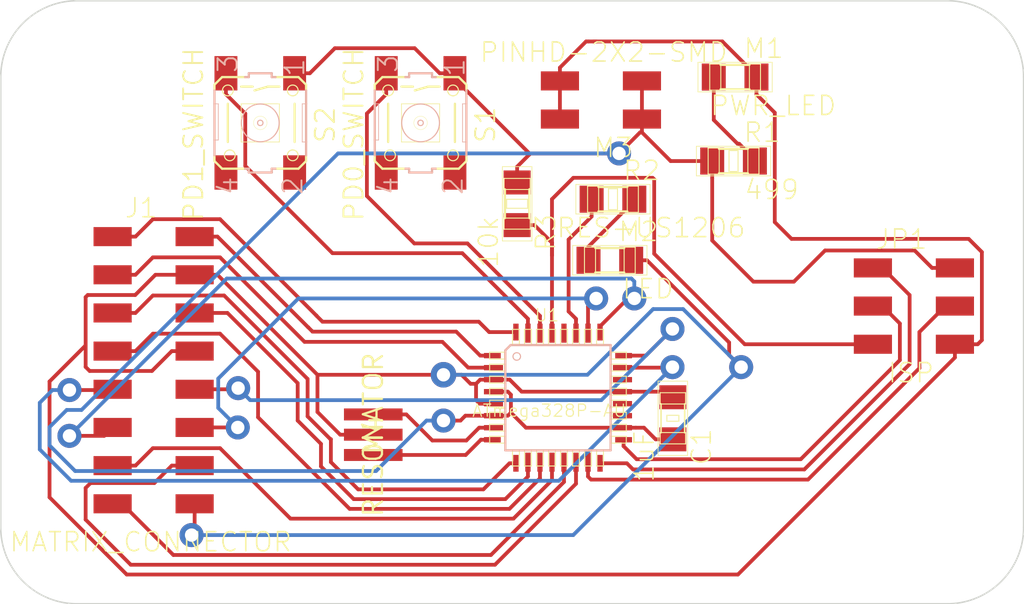
<source format=kicad_pcb>
(kicad_pcb (version 20171130) (host pcbnew "(5.0.0-3-g5ebb6b6)")

  (general
    (thickness 1.6)
    (drawings 21)
    (tracks 313)
    (zones 0)
    (modules 13)
    (nets 35)
  )

  (page A4)
  (layers
    (0 F.Cu signal)
    (31 B.Cu signal)
    (32 B.Adhes user hide)
    (33 F.Adhes user hide)
    (34 B.Paste user)
    (35 F.Paste user hide)
    (36 B.SilkS user)
    (37 F.SilkS user)
    (38 B.Mask user)
    (39 F.Mask user)
    (40 Dwgs.User user)
    (41 Cmts.User user)
    (42 Eco1.User user)
    (43 Eco2.User user)
    (44 Edge.Cuts user)
    (45 Margin user)
    (46 B.CrtYd user)
    (47 F.CrtYd user)
    (48 B.Fab user)
    (49 F.Fab user)
  )

  (setup
    (last_trace_width 0.25)
    (trace_clearance 0.4)
    (zone_clearance 0.508)
    (zone_45_only no)
    (trace_min 0.2)
    (segment_width 0.2)
    (edge_width 0.1)
    (via_size 1.6)
    (via_drill 0.89)
    (via_min_size 0.4)
    (via_min_drill 0.3)
    (uvia_size 0.3)
    (uvia_drill 0.1)
    (uvias_allowed no)
    (uvia_min_size 0.2)
    (uvia_min_drill 0.1)
    (pcb_text_width 0.3)
    (pcb_text_size 1.5 1.5)
    (mod_edge_width 0.15)
    (mod_text_size 1 1)
    (mod_text_width 0.15)
    (pad_size 1.5 1.5)
    (pad_drill 0.6)
    (pad_to_mask_clearance 0)
    (solder_mask_min_width 0.25)
    (aux_axis_origin 0 0)
    (visible_elements FFFFFF7F)
    (pcbplotparams
      (layerselection 0x010fc_ffffffff)
      (usegerberextensions false)
      (usegerberattributes false)
      (usegerberadvancedattributes false)
      (creategerberjobfile false)
      (excludeedgelayer true)
      (linewidth 0.100000)
      (plotframeref false)
      (viasonmask false)
      (mode 1)
      (useauxorigin false)
      (hpglpennumber 1)
      (hpglpenspeed 20)
      (hpglpendiameter 15.000000)
      (psnegative false)
      (psa4output false)
      (plotreference true)
      (plotvalue true)
      (plotinvisibletext false)
      (padsonsilk false)
      (subtractmaskfromsilk false)
      (outputformat 1)
      (mirror false)
      (drillshape 1)
      (scaleselection 1)
      (outputdirectory "./"))
  )

  (net 0 "")
  (net 1 GROUND)
  (net 2 VCC)
  (net 3 R1)
  (net 4 G1)
  (net 5 B1)
  (net 6 R2)
  (net 7 G2)
  (net 8 B2)
  (net 9 A)
  (net 10 B)
  (net 11 C)
  (net 12 D)
  (net 13 CLK)
  (net 14 LAT)
  (net 15 OE)
  (net 16 MISO)
  (net 17 SCK)
  (net 18 MOSI)
  (net 19 RESET)
  (net 20 "Net-(M1-Pad1)")
  (net 21 "Net-(M2-Pad1)")
  (net 22 TEST)
  (net 23 "Net-(S1-Pad2)")
  (net 24 PD0)
  (net 25 "Net-(S1-Pad4)")
  (net 26 "Net-(S2-Pad4)")
  (net 27 PD1)
  (net 28 "Net-(S2-Pad2)")
  (net 29 "Net-(U1-Pad19)")
  (net 30 "Net-(U1-Pad20)")
  (net 31 "Net-(U1-Pad22)")
  (net 32 "Net-(U1-Pad28)")
  (net 33 XTAL1)
  (net 34 XTAL2)

  (net_class Default "This is the default net class."
    (clearance 0.4)
    (trace_width 0.25)
    (via_dia 1.6)
    (via_drill 0.89)
    (uvia_dia 0.3)
    (uvia_drill 0.1)
    (add_net A)
    (add_net B)
    (add_net B1)
    (add_net B2)
    (add_net C)
    (add_net CLK)
    (add_net D)
    (add_net G1)
    (add_net G2)
    (add_net GROUND)
    (add_net LAT)
    (add_net MISO)
    (add_net MOSI)
    (add_net "Net-(M1-Pad1)")
    (add_net "Net-(M2-Pad1)")
    (add_net "Net-(S1-Pad2)")
    (add_net "Net-(S1-Pad4)")
    (add_net "Net-(S2-Pad2)")
    (add_net "Net-(S2-Pad4)")
    (add_net "Net-(U1-Pad19)")
    (add_net "Net-(U1-Pad20)")
    (add_net "Net-(U1-Pad22)")
    (add_net "Net-(U1-Pad28)")
    (add_net OE)
    (add_net PD0)
    (add_net PD1)
    (add_net R1)
    (add_net R2)
    (add_net RESET)
    (add_net SCK)
    (add_net TEST)
    (add_net VCC)
    (add_net XTAL1)
    (add_net XTAL2)
  )

  (module fab:fab-2X08SMD (layer F.Cu) (tedit 5C16E07F) (tstamp 5C224B94)
    (at 131.90474 64.9732)
    (path /5C0CFB08)
    (attr smd)
    (fp_text reference J1 (at -0.635 -4.445) (layer F.SilkS)
      (effects (font (size 1.27 1.27) (thickness 0.1016)))
    )
    (fp_text value MATRIX_CONNECTOR (at 0 17.78) (layer F.SilkS)
      (effects (font (size 1.27 1.27) (thickness 0.1016)))
    )
    (pad 14 smd rect (at 2.91846 12.7) (size 2.54 1.27) (layers F.Cu F.Paste F.Mask)
      (net 14 LAT))
    (pad 13 smd rect (at -2.54 12.7) (size 2.54 1.27) (layers F.Cu F.Paste F.Mask)
      (net 13 CLK))
    (pad 15 smd rect (at -2.54 15.24) (size 2.54 1.27) (layers F.Cu F.Paste F.Mask)
      (net 15 OE))
    (pad 16 smd rect (at 2.91846 15.24) (size 2.54 1.27) (layers F.Cu F.Paste F.Mask)
      (net 1 GROUND))
    (pad 12 smd rect (at 2.91846 10.16) (size 2.54 1.27) (layers F.Cu F.Paste F.Mask)
      (net 12 D))
    (pad 8 smd rect (at 2.91846 5.08) (size 2.54 1.27) (layers F.Cu F.Paste F.Mask)
      (net 1 GROUND))
    (pad 7 smd rect (at -2.54 5.08) (size 2.54 1.27) (layers F.Cu F.Paste F.Mask)
      (net 8 B2))
    (pad 9 smd rect (at -2.54 7.62) (size 2.54 1.27) (layers F.Cu F.Paste F.Mask)
      (net 9 A))
    (pad 11 smd rect (at -2.54 10.16) (size 2.54 1.27) (layers F.Cu F.Paste F.Mask)
      (net 11 C))
    (pad 10 smd rect (at 2.91846 7.62) (size 2.54 1.27) (layers F.Cu F.Paste F.Mask)
      (net 10 B))
    (pad 6 smd rect (at 2.91846 2.54) (size 2.54 1.27) (layers F.Cu F.Paste F.Mask)
      (net 7 G2))
    (pad 5 smd rect (at -2.54 2.54) (size 2.54 1.27) (layers F.Cu F.Paste F.Mask)
      (net 6 R2))
    (pad 4 smd rect (at 2.91846 0) (size 2.54 1.27) (layers F.Cu F.Paste F.Mask)
      (net 1 GROUND))
    (pad 3 smd rect (at -2.54 0) (size 2.54 1.27) (layers F.Cu F.Paste F.Mask)
      (net 5 B1))
    (pad 2 smd rect (at 2.91846 -2.54) (size 2.54 1.27) (layers F.Cu F.Paste F.Mask)
      (net 4 G1))
    (pad 1 smd rect (at -2.54 -2.54) (size 2.54 1.27) (layers F.Cu F.Paste F.Mask)
      (net 3 R1))
  )

  (module fab:fab-2X02SMD (layer F.Cu) (tedit 200000) (tstamp 5C2D9255)
    (at 162.052 53.34 180)
    (path /5C1691BE)
    (attr smd)
    (fp_text reference M3 (at -0.635 -3.175 180) (layer F.SilkS)
      (effects (font (size 1.27 1.27) (thickness 0.1016)))
    )
    (fp_text value PINHD-2X2-SMD (at 0 3.175 180) (layer F.SilkS)
      (effects (font (size 1.27 1.27) (thickness 0.1016)))
    )
    (pad 1 smd rect (at -2.54 -1.27 180) (size 2.54 1.27) (layers F.Cu F.Paste F.Mask)
      (net 2 VCC))
    (pad 2 smd rect (at 2.91846 -1.27 180) (size 2.54 1.27) (layers F.Cu F.Paste F.Mask)
      (net 1 GROUND))
    (pad 3 smd rect (at -2.54 1.27 180) (size 2.54 1.27) (layers F.Cu F.Paste F.Mask)
      (net 2 VCC))
    (pad 4 smd rect (at 2.91846 1.27 180) (size 2.54 1.27) (layers F.Cu F.Paste F.Mask)
      (net 1 GROUND))
  )

  (module fab:fab-R1206 (layer F.Cu) (tedit 200000) (tstamp 5C224C16)
    (at 162.66414 59.944)
    (descr RESISTOR)
    (tags RESISTOR)
    (path /5C0D044E)
    (attr smd)
    (fp_text reference R2 (at 1.905 -1.905) (layer F.SilkS)
      (effects (font (size 1.27 1.27) (thickness 0.1016)))
    )
    (fp_text value RES-US1206 (at 2.54 1.905) (layer F.SilkS)
      (effects (font (size 1.27 1.27) (thickness 0.1016)))
    )
    (fp_line (start -2.47142 0.98298) (end -2.47142 -0.98298) (layer F.SilkS) (width 0.0508))
    (fp_line (start 2.47142 0.98298) (end -2.47142 0.98298) (layer F.SilkS) (width 0.0508))
    (fp_line (start 2.47142 -0.98298) (end 2.47142 0.98298) (layer F.SilkS) (width 0.0508))
    (fp_line (start -2.47142 -0.98298) (end 2.47142 -0.98298) (layer F.SilkS) (width 0.0508))
    (fp_line (start 0.9525 -0.8128) (end -0.9652 -0.8128) (layer F.SilkS) (width 0.1524))
    (fp_line (start 0.9525 0.8128) (end -0.9652 0.8128) (layer F.SilkS) (width 0.1524))
    (fp_line (start -0.29972 0.6985) (end -0.29972 -0.6985) (layer F.SilkS) (width 0.06604))
    (fp_line (start -0.29972 -0.6985) (end 0.29972 -0.6985) (layer F.SilkS) (width 0.06604))
    (fp_line (start 0.29972 0.6985) (end 0.29972 -0.6985) (layer F.SilkS) (width 0.06604))
    (fp_line (start -0.29972 0.6985) (end 0.29972 0.6985) (layer F.SilkS) (width 0.06604))
    (fp_line (start 0.9525 0.8763) (end 0.9525 -0.8763) (layer F.SilkS) (width 0.06604))
    (fp_line (start 0.9525 -0.8763) (end 1.6891 -0.8763) (layer F.SilkS) (width 0.06604))
    (fp_line (start 1.6891 0.8763) (end 1.6891 -0.8763) (layer F.SilkS) (width 0.06604))
    (fp_line (start 0.9525 0.8763) (end 1.6891 0.8763) (layer F.SilkS) (width 0.06604))
    (fp_line (start -1.6891 0.8763) (end -1.6891 -0.8763) (layer F.SilkS) (width 0.06604))
    (fp_line (start -1.6891 -0.8763) (end -0.9525 -0.8763) (layer F.SilkS) (width 0.06604))
    (fp_line (start -0.9525 0.8763) (end -0.9525 -0.8763) (layer F.SilkS) (width 0.06604))
    (fp_line (start -1.6891 0.8763) (end -0.9525 0.8763) (layer F.SilkS) (width 0.06604))
    (pad 2 smd rect (at 1.41986 0) (size 1.59766 1.80086) (layers F.Cu F.Paste F.Mask)
      (net 21 "Net-(M2-Pad1)"))
    (pad 1 smd rect (at -1.41986 0) (size 1.59766 1.80086) (layers F.Cu F.Paste F.Mask)
      (net 22 TEST))
  )

  (module fab:fab-LED1206 (layer F.Cu) (tedit 200000) (tstamp 5C2251F0)
    (at 162.45586 64.008)
    (descr "LED 1206 PADS (STANDARD PATTERN)")
    (tags "LED 1206 PADS (STANDARD PATTERN)")
    (path /5C0D0507)
    (attr smd)
    (fp_text reference M2 (at 1.905 -1.905) (layer F.SilkS)
      (effects (font (size 1.27 1.27) (thickness 0.1016)))
    )
    (fp_text value LED (at 2.54 1.905) (layer F.SilkS)
      (effects (font (size 1.27 1.27) (thickness 0.1016)))
    )
    (fp_line (start -2.47142 0.98298) (end -2.47142 -0.98298) (layer F.SilkS) (width 0.0508))
    (fp_line (start 2.47142 0.98298) (end -2.47142 0.98298) (layer F.SilkS) (width 0.0508))
    (fp_line (start 2.47142 -0.98298) (end 2.47142 0.98298) (layer F.SilkS) (width 0.0508))
    (fp_line (start -2.47142 -0.98298) (end 2.47142 -0.98298) (layer F.SilkS) (width 0.0508))
    (fp_line (start 0.9525 -0.8128) (end -0.9652 -0.8128) (layer F.SilkS) (width 0.1524))
    (fp_line (start 0.9525 0.8128) (end -0.9652 0.8128) (layer F.SilkS) (width 0.1524))
    (fp_line (start 0.9525 0.8763) (end 0.9525 -0.8763) (layer F.SilkS) (width 0.06604))
    (fp_line (start 0.9525 -0.8763) (end 1.6891 -0.8763) (layer F.SilkS) (width 0.06604))
    (fp_line (start 1.6891 0.8763) (end 1.6891 -0.8763) (layer F.SilkS) (width 0.06604))
    (fp_line (start 0.9525 0.8763) (end 1.6891 0.8763) (layer F.SilkS) (width 0.06604))
    (fp_line (start -1.6891 0.8763) (end -1.6891 -0.8763) (layer F.SilkS) (width 0.06604))
    (fp_line (start -1.6891 -0.8763) (end -0.9525 -0.8763) (layer F.SilkS) (width 0.06604))
    (fp_line (start -0.9525 0.8763) (end -0.9525 -0.8763) (layer F.SilkS) (width 0.06604))
    (fp_line (start -1.6891 0.8763) (end -0.9525 0.8763) (layer F.SilkS) (width 0.06604))
    (pad 2 smd rect (at 1.41986 0) (size 1.59766 1.80086) (layers F.Cu F.Paste F.Mask)
      (net 1 GROUND))
    (pad 1 smd rect (at -1.41986 0) (size 1.59766 1.80086) (layers F.Cu F.Paste F.Mask)
      (net 21 "Net-(M2-Pad1)"))
  )

  (module fab:fab-C1206 (layer F.Cu) (tedit 200000) (tstamp 5C224B31)
    (at 166.6494 74.5236 270)
    (descr CAPACITOR)
    (tags CAPACITOR)
    (path /5C09DEA3)
    (attr smd)
    (fp_text reference C1 (at 1.905 -1.905 270) (layer F.SilkS)
      (effects (font (size 1.27 1.27) (thickness 0.1016)))
    )
    (fp_text value 1uF (at 2.54 1.905 270) (layer F.SilkS)
      (effects (font (size 1.27 1.27) (thickness 0.1016)))
    )
    (fp_line (start -1.7018 0.8509) (end -0.94996 0.8509) (layer F.SilkS) (width 0.06604))
    (fp_line (start -0.94996 0.8509) (end -0.94996 -0.84836) (layer F.SilkS) (width 0.06604))
    (fp_line (start -1.7018 -0.84836) (end -0.94996 -0.84836) (layer F.SilkS) (width 0.06604))
    (fp_line (start -1.7018 0.8509) (end -1.7018 -0.84836) (layer F.SilkS) (width 0.06604))
    (fp_line (start 0.94996 0.84836) (end 1.7018 0.84836) (layer F.SilkS) (width 0.06604))
    (fp_line (start 1.7018 0.84836) (end 1.7018 -0.8509) (layer F.SilkS) (width 0.06604))
    (fp_line (start 0.94996 -0.8509) (end 1.7018 -0.8509) (layer F.SilkS) (width 0.06604))
    (fp_line (start 0.94996 0.84836) (end 0.94996 -0.8509) (layer F.SilkS) (width 0.06604))
    (fp_line (start -0.19812 0.39878) (end 0.19812 0.39878) (layer F.SilkS) (width 0.06604))
    (fp_line (start 0.19812 0.39878) (end 0.19812 -0.39878) (layer F.SilkS) (width 0.06604))
    (fp_line (start -0.19812 -0.39878) (end 0.19812 -0.39878) (layer F.SilkS) (width 0.06604))
    (fp_line (start -0.19812 0.39878) (end -0.19812 -0.39878) (layer F.SilkS) (width 0.06604))
    (fp_line (start -2.47142 -0.98298) (end 2.47142 -0.98298) (layer F.SilkS) (width 0.0508))
    (fp_line (start 2.47142 0.98298) (end -2.47142 0.98298) (layer F.SilkS) (width 0.0508))
    (fp_line (start -2.47142 0.98298) (end -2.47142 -0.98298) (layer F.SilkS) (width 0.0508))
    (fp_line (start 2.47142 -0.98298) (end 2.47142 0.98298) (layer F.SilkS) (width 0.0508))
    (fp_line (start -0.96266 -0.78486) (end 0.96266 -0.78486) (layer F.SilkS) (width 0.1016))
    (fp_line (start -0.96266 0.78486) (end 0.96266 0.78486) (layer F.SilkS) (width 0.1016))
    (pad 1 smd rect (at -1.39954 0 270) (size 1.59766 1.79832) (layers F.Cu F.Paste F.Mask)
      (net 1 GROUND))
    (pad 2 smd rect (at 1.39954 0 270) (size 1.59766 1.79832) (layers F.Cu F.Paste F.Mask)
      (net 2 VCC))
  )

  (module fab:fab-2X03SMD (layer F.Cu) (tedit 200000) (tstamp 5C224B9E)
    (at 182.50154 67.056)
    (path /5C09F66F)
    (attr smd)
    (fp_text reference JP1 (at -0.635 -4.445) (layer F.SilkS)
      (effects (font (size 1.27 1.27) (thickness 0.1016)))
    )
    (fp_text value ISP (at 0 4.445) (layer F.SilkS)
      (effects (font (size 1.27 1.27) (thickness 0.1016)))
    )
    (pad 1 smd rect (at -2.54 -2.54) (size 2.54 1.27) (layers F.Cu F.Paste F.Mask)
      (net 16 MISO))
    (pad 2 smd rect (at 2.91846 -2.54) (size 2.54 1.27) (layers F.Cu F.Paste F.Mask)
      (net 2 VCC))
    (pad 3 smd rect (at -2.54 0) (size 2.54 1.27) (layers F.Cu F.Paste F.Mask)
      (net 17 SCK))
    (pad 4 smd rect (at 2.91846 0) (size 2.54 1.27) (layers F.Cu F.Paste F.Mask)
      (net 18 MOSI))
    (pad 5 smd rect (at -2.54 2.54) (size 2.54 1.27) (layers F.Cu F.Paste F.Mask)
      (net 19 RESET))
    (pad 6 smd rect (at 2.91846 2.54) (size 2.54 1.27) (layers F.Cu F.Paste F.Mask)
      (net 1 GROUND))
  )

  (module fab:fab-R1206 (layer F.Cu) (tedit 200000) (tstamp 5C224BFE)
    (at 170.688 57.404)
    (descr RESISTOR)
    (tags RESISTOR)
    (path /5C09DD4C)
    (attr smd)
    (fp_text reference R1 (at 1.905 -1.905) (layer F.SilkS)
      (effects (font (size 1.27 1.27) (thickness 0.1016)))
    )
    (fp_text value 499 (at 2.54 1.905) (layer F.SilkS)
      (effects (font (size 1.27 1.27) (thickness 0.1016)))
    )
    (fp_line (start -1.6891 0.8763) (end -0.9525 0.8763) (layer F.SilkS) (width 0.06604))
    (fp_line (start -0.9525 0.8763) (end -0.9525 -0.8763) (layer F.SilkS) (width 0.06604))
    (fp_line (start -1.6891 -0.8763) (end -0.9525 -0.8763) (layer F.SilkS) (width 0.06604))
    (fp_line (start -1.6891 0.8763) (end -1.6891 -0.8763) (layer F.SilkS) (width 0.06604))
    (fp_line (start 0.9525 0.8763) (end 1.6891 0.8763) (layer F.SilkS) (width 0.06604))
    (fp_line (start 1.6891 0.8763) (end 1.6891 -0.8763) (layer F.SilkS) (width 0.06604))
    (fp_line (start 0.9525 -0.8763) (end 1.6891 -0.8763) (layer F.SilkS) (width 0.06604))
    (fp_line (start 0.9525 0.8763) (end 0.9525 -0.8763) (layer F.SilkS) (width 0.06604))
    (fp_line (start -0.29972 0.6985) (end 0.29972 0.6985) (layer F.SilkS) (width 0.06604))
    (fp_line (start 0.29972 0.6985) (end 0.29972 -0.6985) (layer F.SilkS) (width 0.06604))
    (fp_line (start -0.29972 -0.6985) (end 0.29972 -0.6985) (layer F.SilkS) (width 0.06604))
    (fp_line (start -0.29972 0.6985) (end -0.29972 -0.6985) (layer F.SilkS) (width 0.06604))
    (fp_line (start 0.9525 0.8128) (end -0.9652 0.8128) (layer F.SilkS) (width 0.1524))
    (fp_line (start 0.9525 -0.8128) (end -0.9652 -0.8128) (layer F.SilkS) (width 0.1524))
    (fp_line (start -2.47142 -0.98298) (end 2.47142 -0.98298) (layer F.SilkS) (width 0.0508))
    (fp_line (start 2.47142 -0.98298) (end 2.47142 0.98298) (layer F.SilkS) (width 0.0508))
    (fp_line (start 2.47142 0.98298) (end -2.47142 0.98298) (layer F.SilkS) (width 0.0508))
    (fp_line (start -2.47142 0.98298) (end -2.47142 -0.98298) (layer F.SilkS) (width 0.0508))
    (pad 1 smd rect (at -1.41986 0) (size 1.59766 1.80086) (layers F.Cu F.Paste F.Mask)
      (net 2 VCC))
    (pad 2 smd rect (at 1.41986 0) (size 1.59766 1.80086) (layers F.Cu F.Paste F.Mask)
      (net 20 "Net-(M1-Pad1)"))
  )

  (module fab:fab-6MM_SWITCH (layer F.Cu) (tedit 200000) (tstamp 5C224C54)
    (at 149.86 54.864 270)
    (descr "OMRON SWITCH")
    (tags "OMRON SWITCH")
    (path /5C15CBC9)
    (attr smd)
    (fp_text reference S1 (at 0.127 -4.318 270) (layer F.SilkS)
      (effects (font (size 1.27 1.27) (thickness 0.127)))
    )
    (fp_text value PD0_SWITCH (at 0.762 4.445 270) (layer F.SilkS)
      (effects (font (size 1.27 1.27) (thickness 0.127)))
    )
    (fp_line (start 3.302 0.762) (end 3.048 0.762) (layer B.SilkS) (width 0.1524))
    (fp_line (start 3.302 0.762) (end 3.302 -0.762) (layer B.SilkS) (width 0.1524))
    (fp_line (start 3.048 -0.762) (end 3.302 -0.762) (layer B.SilkS) (width 0.1524))
    (fp_line (start 3.048 -1.016) (end 3.048 -2.54) (layer F.SilkS) (width 0.1524))
    (fp_line (start -3.302 -0.762) (end -3.048 -0.762) (layer B.SilkS) (width 0.1524))
    (fp_line (start -3.302 -0.762) (end -3.302 0.762) (layer B.SilkS) (width 0.1524))
    (fp_line (start -3.048 0.762) (end -3.302 0.762) (layer B.SilkS) (width 0.1524))
    (fp_line (start 3.048 -2.54) (end 2.54 -3.048) (layer F.SilkS) (width 0.1524))
    (fp_line (start 2.54 3.048) (end 3.048 2.54) (layer F.SilkS) (width 0.1524))
    (fp_line (start 3.048 2.54) (end 3.048 1.016) (layer F.SilkS) (width 0.1524))
    (fp_line (start -2.54 -3.048) (end -3.048 -2.54) (layer F.SilkS) (width 0.1524))
    (fp_line (start -3.048 -2.54) (end -3.048 -1.016) (layer F.SilkS) (width 0.1524))
    (fp_line (start -2.54 3.048) (end -3.048 2.54) (layer F.SilkS) (width 0.1524))
    (fp_line (start -3.048 2.54) (end -3.048 1.016) (layer F.SilkS) (width 0.1524))
    (fp_line (start -1.27 -1.27) (end -1.27 1.27) (layer F.SilkS) (width 0.0508))
    (fp_line (start 1.27 1.27) (end -1.27 1.27) (layer F.SilkS) (width 0.0508))
    (fp_line (start 1.27 1.27) (end 1.27 -1.27) (layer F.SilkS) (width 0.0508))
    (fp_line (start -1.27 -1.27) (end 1.27 -1.27) (layer F.SilkS) (width 0.0508))
    (fp_line (start -1.27 -3.048) (end -1.27 -2.794) (layer B.SilkS) (width 0.0508))
    (fp_line (start 1.27 -2.794) (end -1.27 -2.794) (layer B.SilkS) (width 0.0508))
    (fp_line (start 1.27 -2.794) (end 1.27 -3.048) (layer B.SilkS) (width 0.0508))
    (fp_line (start 1.143 2.794) (end -1.27 2.794) (layer B.SilkS) (width 0.0508))
    (fp_line (start 1.143 2.794) (end 1.143 3.048) (layer B.SilkS) (width 0.0508))
    (fp_line (start -1.27 2.794) (end -1.27 3.048) (layer B.SilkS) (width 0.0508))
    (fp_line (start 2.54 3.048) (end 2.159 3.048) (layer F.SilkS) (width 0.1524))
    (fp_line (start -2.54 3.048) (end -2.159 3.048) (layer F.SilkS) (width 0.1524))
    (fp_line (start -2.159 3.048) (end -1.27 3.048) (layer B.SilkS) (width 0.1524))
    (fp_line (start -2.54 -3.048) (end -2.159 -3.048) (layer F.SilkS) (width 0.1524))
    (fp_line (start 2.54 -3.048) (end 2.159 -3.048) (layer F.SilkS) (width 0.1524))
    (fp_line (start 2.159 -3.048) (end 1.27 -3.048) (layer B.SilkS) (width 0.1524))
    (fp_line (start 1.27 -3.048) (end -1.27 -3.048) (layer B.SilkS) (width 0.1524))
    (fp_line (start -1.27 -3.048) (end -2.159 -3.048) (layer B.SilkS) (width 0.1524))
    (fp_line (start -1.27 3.048) (end 1.143 3.048) (layer B.SilkS) (width 0.1524))
    (fp_line (start 1.143 3.048) (end 2.159 3.048) (layer B.SilkS) (width 0.1524))
    (fp_line (start 3.048 0.762) (end 3.048 1.016) (layer B.SilkS) (width 0.1524))
    (fp_line (start 3.048 -0.762) (end 3.048 -1.016) (layer B.SilkS) (width 0.1524))
    (fp_line (start -3.048 0.762) (end -3.048 1.016) (layer B.SilkS) (width 0.1524))
    (fp_line (start -3.048 -0.762) (end -3.048 -1.016) (layer B.SilkS) (width 0.1524))
    (fp_line (start -1.27 2.159) (end 1.27 2.159) (layer F.SilkS) (width 0.1524))
    (fp_line (start 1.27 -2.286) (end -1.27 -2.286) (layer F.SilkS) (width 0.1524))
    (fp_line (start -2.413 -1.27) (end -2.413 -0.508) (layer F.SilkS) (width 0.1524))
    (fp_line (start -2.413 0.508) (end -2.413 1.27) (layer F.SilkS) (width 0.1524))
    (fp_line (start -2.413 -0.508) (end -2.159 0.381) (layer F.SilkS) (width 0.1524))
    (fp_circle (center 0 0) (end -0.889 0.889) (layer B.SilkS) (width 0.0762))
    (fp_circle (center -2.159 2.159) (end -2.413 2.413) (layer F.SilkS) (width 0.0762))
    (fp_circle (center 2.159 2.032) (end 2.413 2.286) (layer F.SilkS) (width 0.0762))
    (fp_circle (center 2.159 -2.159) (end 2.413 -2.413) (layer F.SilkS) (width 0.0762))
    (fp_circle (center -2.159 -2.159) (end -2.413 -2.413) (layer F.SilkS) (width 0.0762))
    (fp_circle (center 0 0) (end -0.3175 0.3175) (layer F.SilkS) (width 0.0254))
    (fp_circle (center 0 0) (end -0.127 0.127) (layer B.SilkS) (width 0.0762))
    (fp_text user 1 (at -3.683 -2.286 270) (layer B.SilkS)
      (effects (font (size 1.27 1.27) (thickness 0.127)))
    )
    (fp_text user 2 (at 4.191 -2.159 270) (layer B.SilkS)
      (effects (font (size 1.27 1.27) (thickness 0.127)))
    )
    (fp_text user 3 (at -3.937 2.159 270) (layer B.SilkS)
      (effects (font (size 1.27 1.27) (thickness 0.127)))
    )
    (fp_text user 4 (at 4.191 2.159 270) (layer B.SilkS)
      (effects (font (size 1.27 1.27) (thickness 0.127)))
    )
    (pad 1 smd rect (at -3.302 -2.286 270) (size 2.286 1.524) (layers F.Cu F.Paste F.Mask)
      (net 2 VCC))
    (pad 2 smd rect (at 3.302 -2.286 270) (size 2.286 1.524) (layers F.Cu F.Paste F.Mask)
      (net 23 "Net-(S1-Pad2)"))
    (pad 3 smd rect (at -3.302 2.286 270) (size 2.286 1.524) (layers F.Cu F.Paste F.Mask)
      (net 24 PD0))
    (pad 4 smd rect (at 3.302 2.286 270) (size 2.286 1.524) (layers F.Cu F.Paste F.Mask)
      (net 25 "Net-(S1-Pad4)"))
  )

  (module fab:fab-6MM_SWITCH (layer F.Cu) (tedit 200000) (tstamp 5C224C92)
    (at 139.192 54.864 270)
    (descr "OMRON SWITCH")
    (tags "OMRON SWITCH")
    (path /5C15CC59)
    (attr smd)
    (fp_text reference S2 (at 0.127 -4.318 270) (layer F.SilkS)
      (effects (font (size 1.27 1.27) (thickness 0.127)))
    )
    (fp_text value PD1_SWITCH (at 0.762 4.445 270) (layer F.SilkS)
      (effects (font (size 1.27 1.27) (thickness 0.127)))
    )
    (fp_text user 4 (at 4.191 2.159 270) (layer B.SilkS)
      (effects (font (size 1.27 1.27) (thickness 0.127)))
    )
    (fp_text user 3 (at -3.937 2.159 270) (layer B.SilkS)
      (effects (font (size 1.27 1.27) (thickness 0.127)))
    )
    (fp_text user 2 (at 4.191 -2.159 270) (layer B.SilkS)
      (effects (font (size 1.27 1.27) (thickness 0.127)))
    )
    (fp_text user 1 (at -3.683 -2.286 270) (layer B.SilkS)
      (effects (font (size 1.27 1.27) (thickness 0.127)))
    )
    (fp_circle (center 0 0) (end -0.127 0.127) (layer B.SilkS) (width 0.0762))
    (fp_circle (center 0 0) (end -0.3175 0.3175) (layer F.SilkS) (width 0.0254))
    (fp_circle (center -2.159 -2.159) (end -2.413 -2.413) (layer F.SilkS) (width 0.0762))
    (fp_circle (center 2.159 -2.159) (end 2.413 -2.413) (layer F.SilkS) (width 0.0762))
    (fp_circle (center 2.159 2.032) (end 2.413 2.286) (layer F.SilkS) (width 0.0762))
    (fp_circle (center -2.159 2.159) (end -2.413 2.413) (layer F.SilkS) (width 0.0762))
    (fp_circle (center 0 0) (end -0.889 0.889) (layer B.SilkS) (width 0.0762))
    (fp_line (start -2.413 -0.508) (end -2.159 0.381) (layer F.SilkS) (width 0.1524))
    (fp_line (start -2.413 0.508) (end -2.413 1.27) (layer F.SilkS) (width 0.1524))
    (fp_line (start -2.413 -1.27) (end -2.413 -0.508) (layer F.SilkS) (width 0.1524))
    (fp_line (start 1.27 -2.286) (end -1.27 -2.286) (layer F.SilkS) (width 0.1524))
    (fp_line (start -1.27 2.159) (end 1.27 2.159) (layer F.SilkS) (width 0.1524))
    (fp_line (start -3.048 -0.762) (end -3.048 -1.016) (layer B.SilkS) (width 0.1524))
    (fp_line (start -3.048 0.762) (end -3.048 1.016) (layer B.SilkS) (width 0.1524))
    (fp_line (start 3.048 -0.762) (end 3.048 -1.016) (layer B.SilkS) (width 0.1524))
    (fp_line (start 3.048 0.762) (end 3.048 1.016) (layer B.SilkS) (width 0.1524))
    (fp_line (start 1.143 3.048) (end 2.159 3.048) (layer B.SilkS) (width 0.1524))
    (fp_line (start -1.27 3.048) (end 1.143 3.048) (layer B.SilkS) (width 0.1524))
    (fp_line (start -1.27 -3.048) (end -2.159 -3.048) (layer B.SilkS) (width 0.1524))
    (fp_line (start 1.27 -3.048) (end -1.27 -3.048) (layer B.SilkS) (width 0.1524))
    (fp_line (start 2.159 -3.048) (end 1.27 -3.048) (layer B.SilkS) (width 0.1524))
    (fp_line (start 2.54 -3.048) (end 2.159 -3.048) (layer F.SilkS) (width 0.1524))
    (fp_line (start -2.54 -3.048) (end -2.159 -3.048) (layer F.SilkS) (width 0.1524))
    (fp_line (start -2.159 3.048) (end -1.27 3.048) (layer B.SilkS) (width 0.1524))
    (fp_line (start -2.54 3.048) (end -2.159 3.048) (layer F.SilkS) (width 0.1524))
    (fp_line (start 2.54 3.048) (end 2.159 3.048) (layer F.SilkS) (width 0.1524))
    (fp_line (start -1.27 2.794) (end -1.27 3.048) (layer B.SilkS) (width 0.0508))
    (fp_line (start 1.143 2.794) (end 1.143 3.048) (layer B.SilkS) (width 0.0508))
    (fp_line (start 1.143 2.794) (end -1.27 2.794) (layer B.SilkS) (width 0.0508))
    (fp_line (start 1.27 -2.794) (end 1.27 -3.048) (layer B.SilkS) (width 0.0508))
    (fp_line (start 1.27 -2.794) (end -1.27 -2.794) (layer B.SilkS) (width 0.0508))
    (fp_line (start -1.27 -3.048) (end -1.27 -2.794) (layer B.SilkS) (width 0.0508))
    (fp_line (start -1.27 -1.27) (end 1.27 -1.27) (layer F.SilkS) (width 0.0508))
    (fp_line (start 1.27 1.27) (end 1.27 -1.27) (layer F.SilkS) (width 0.0508))
    (fp_line (start 1.27 1.27) (end -1.27 1.27) (layer F.SilkS) (width 0.0508))
    (fp_line (start -1.27 -1.27) (end -1.27 1.27) (layer F.SilkS) (width 0.0508))
    (fp_line (start -3.048 2.54) (end -3.048 1.016) (layer F.SilkS) (width 0.1524))
    (fp_line (start -2.54 3.048) (end -3.048 2.54) (layer F.SilkS) (width 0.1524))
    (fp_line (start -3.048 -2.54) (end -3.048 -1.016) (layer F.SilkS) (width 0.1524))
    (fp_line (start -2.54 -3.048) (end -3.048 -2.54) (layer F.SilkS) (width 0.1524))
    (fp_line (start 3.048 2.54) (end 3.048 1.016) (layer F.SilkS) (width 0.1524))
    (fp_line (start 2.54 3.048) (end 3.048 2.54) (layer F.SilkS) (width 0.1524))
    (fp_line (start 3.048 -2.54) (end 2.54 -3.048) (layer F.SilkS) (width 0.1524))
    (fp_line (start -3.048 0.762) (end -3.302 0.762) (layer B.SilkS) (width 0.1524))
    (fp_line (start -3.302 -0.762) (end -3.302 0.762) (layer B.SilkS) (width 0.1524))
    (fp_line (start -3.302 -0.762) (end -3.048 -0.762) (layer B.SilkS) (width 0.1524))
    (fp_line (start 3.048 -1.016) (end 3.048 -2.54) (layer F.SilkS) (width 0.1524))
    (fp_line (start 3.048 -0.762) (end 3.302 -0.762) (layer B.SilkS) (width 0.1524))
    (fp_line (start 3.302 0.762) (end 3.302 -0.762) (layer B.SilkS) (width 0.1524))
    (fp_line (start 3.302 0.762) (end 3.048 0.762) (layer B.SilkS) (width 0.1524))
    (pad 4 smd rect (at 3.302 2.286 270) (size 2.286 1.524) (layers F.Cu F.Paste F.Mask)
      (net 26 "Net-(S2-Pad4)"))
    (pad 3 smd rect (at -3.302 2.286 270) (size 2.286 1.524) (layers F.Cu F.Paste F.Mask)
      (net 27 PD1))
    (pad 2 smd rect (at 3.302 -2.286 270) (size 2.286 1.524) (layers F.Cu F.Paste F.Mask)
      (net 28 "Net-(S2-Pad2)"))
    (pad 1 smd rect (at -3.302 -2.286 270) (size 2.286 1.524) (layers F.Cu F.Paste F.Mask)
      (net 2 VCC))
  )

  (module fab:fab-TQFP32-08THIN (layer F.Cu) (tedit 200000) (tstamp 5C224D3C)
    (at 159.004 73.152)
    (path /5C09DA73)
    (attr smd)
    (fp_text reference U1 (at -0.7366 -5.4864) (layer F.SilkS)
      (effects (font (size 0.8128 0.8128) (thickness 0.0762)))
    )
    (fp_text value ATmega328P-AU (at -0.5842 0.8636 180) (layer F.SilkS)
      (effects (font (size 0.8128 0.8128) (thickness 0.0762)))
    )
    (fp_line (start -4.5466 -2.57048) (end -3.556 -2.57048) (layer F.SilkS) (width 0.06604))
    (fp_line (start -3.556 -2.57048) (end -3.556 -3.02768) (layer F.SilkS) (width 0.06604))
    (fp_line (start -4.5466 -3.02768) (end -3.556 -3.02768) (layer F.SilkS) (width 0.06604))
    (fp_line (start -4.5466 -2.57048) (end -4.5466 -3.02768) (layer F.SilkS) (width 0.06604))
    (fp_line (start -4.5466 -1.77038) (end -3.556 -1.77038) (layer F.SilkS) (width 0.06604))
    (fp_line (start -3.556 -1.77038) (end -3.556 -2.22758) (layer F.SilkS) (width 0.06604))
    (fp_line (start -4.5466 -2.22758) (end -3.556 -2.22758) (layer F.SilkS) (width 0.06604))
    (fp_line (start -4.5466 -1.77038) (end -4.5466 -2.22758) (layer F.SilkS) (width 0.06604))
    (fp_line (start -4.5466 -0.97028) (end -3.556 -0.97028) (layer F.SilkS) (width 0.06604))
    (fp_line (start -3.556 -0.97028) (end -3.556 -1.42748) (layer F.SilkS) (width 0.06604))
    (fp_line (start -4.5466 -1.42748) (end -3.556 -1.42748) (layer F.SilkS) (width 0.06604))
    (fp_line (start -4.5466 -0.97028) (end -4.5466 -1.42748) (layer F.SilkS) (width 0.06604))
    (fp_line (start -4.5466 -0.17018) (end -3.556 -0.17018) (layer F.SilkS) (width 0.06604))
    (fp_line (start -3.556 -0.17018) (end -3.556 -0.62738) (layer F.SilkS) (width 0.06604))
    (fp_line (start -4.5466 -0.62738) (end -3.556 -0.62738) (layer F.SilkS) (width 0.06604))
    (fp_line (start -4.5466 -0.17018) (end -4.5466 -0.62738) (layer F.SilkS) (width 0.06604))
    (fp_line (start -4.5466 0.62738) (end -3.556 0.62738) (layer F.SilkS) (width 0.06604))
    (fp_line (start -3.556 0.62738) (end -3.556 0.17018) (layer F.SilkS) (width 0.06604))
    (fp_line (start -4.5466 0.17018) (end -3.556 0.17018) (layer F.SilkS) (width 0.06604))
    (fp_line (start -4.5466 0.62738) (end -4.5466 0.17018) (layer F.SilkS) (width 0.06604))
    (fp_line (start -4.5466 1.42748) (end -3.556 1.42748) (layer F.SilkS) (width 0.06604))
    (fp_line (start -3.556 1.42748) (end -3.556 0.97028) (layer F.SilkS) (width 0.06604))
    (fp_line (start -4.5466 0.97028) (end -3.556 0.97028) (layer F.SilkS) (width 0.06604))
    (fp_line (start -4.5466 1.42748) (end -4.5466 0.97028) (layer F.SilkS) (width 0.06604))
    (fp_line (start -4.5466 2.22758) (end -3.556 2.22758) (layer F.SilkS) (width 0.06604))
    (fp_line (start -3.556 2.22758) (end -3.556 1.77038) (layer F.SilkS) (width 0.06604))
    (fp_line (start -4.5466 1.77038) (end -3.556 1.77038) (layer F.SilkS) (width 0.06604))
    (fp_line (start -4.5466 2.22758) (end -4.5466 1.77038) (layer F.SilkS) (width 0.06604))
    (fp_line (start -4.5466 3.02768) (end -3.556 3.02768) (layer F.SilkS) (width 0.06604))
    (fp_line (start -3.556 3.02768) (end -3.556 2.57048) (layer F.SilkS) (width 0.06604))
    (fp_line (start -4.5466 2.57048) (end -3.556 2.57048) (layer F.SilkS) (width 0.06604))
    (fp_line (start -4.5466 3.02768) (end -4.5466 2.57048) (layer F.SilkS) (width 0.06604))
    (fp_line (start -3.02768 4.5466) (end -2.57048 4.5466) (layer F.SilkS) (width 0.06604))
    (fp_line (start -2.57048 4.5466) (end -2.57048 3.556) (layer F.SilkS) (width 0.06604))
    (fp_line (start -3.02768 3.556) (end -2.57048 3.556) (layer F.SilkS) (width 0.06604))
    (fp_line (start -3.02768 4.5466) (end -3.02768 3.556) (layer F.SilkS) (width 0.06604))
    (fp_line (start -2.22758 4.5466) (end -1.77038 4.5466) (layer F.SilkS) (width 0.06604))
    (fp_line (start -1.77038 4.5466) (end -1.77038 3.556) (layer F.SilkS) (width 0.06604))
    (fp_line (start -2.22758 3.556) (end -1.77038 3.556) (layer F.SilkS) (width 0.06604))
    (fp_line (start -2.22758 4.5466) (end -2.22758 3.556) (layer F.SilkS) (width 0.06604))
    (fp_line (start -1.42748 4.5466) (end -0.97028 4.5466) (layer F.SilkS) (width 0.06604))
    (fp_line (start -0.97028 4.5466) (end -0.97028 3.556) (layer F.SilkS) (width 0.06604))
    (fp_line (start -1.42748 3.556) (end -0.97028 3.556) (layer F.SilkS) (width 0.06604))
    (fp_line (start -1.42748 4.5466) (end -1.42748 3.556) (layer F.SilkS) (width 0.06604))
    (fp_line (start -0.62738 4.5466) (end -0.17018 4.5466) (layer F.SilkS) (width 0.06604))
    (fp_line (start -0.17018 4.5466) (end -0.17018 3.556) (layer F.SilkS) (width 0.06604))
    (fp_line (start -0.62738 3.556) (end -0.17018 3.556) (layer F.SilkS) (width 0.06604))
    (fp_line (start -0.62738 4.5466) (end -0.62738 3.556) (layer F.SilkS) (width 0.06604))
    (fp_line (start 0.17018 4.5466) (end 0.62738 4.5466) (layer F.SilkS) (width 0.06604))
    (fp_line (start 0.62738 4.5466) (end 0.62738 3.556) (layer F.SilkS) (width 0.06604))
    (fp_line (start 0.17018 3.556) (end 0.62738 3.556) (layer F.SilkS) (width 0.06604))
    (fp_line (start 0.17018 4.5466) (end 0.17018 3.556) (layer F.SilkS) (width 0.06604))
    (fp_line (start 0.97028 4.5466) (end 1.42748 4.5466) (layer F.SilkS) (width 0.06604))
    (fp_line (start 1.42748 4.5466) (end 1.42748 3.556) (layer F.SilkS) (width 0.06604))
    (fp_line (start 0.97028 3.556) (end 1.42748 3.556) (layer F.SilkS) (width 0.06604))
    (fp_line (start 0.97028 4.5466) (end 0.97028 3.556) (layer F.SilkS) (width 0.06604))
    (fp_line (start 1.77038 4.5466) (end 2.22758 4.5466) (layer F.SilkS) (width 0.06604))
    (fp_line (start 2.22758 4.5466) (end 2.22758 3.556) (layer F.SilkS) (width 0.06604))
    (fp_line (start 1.77038 3.556) (end 2.22758 3.556) (layer F.SilkS) (width 0.06604))
    (fp_line (start 1.77038 4.5466) (end 1.77038 3.556) (layer F.SilkS) (width 0.06604))
    (fp_line (start 2.57048 4.5466) (end 3.02768 4.5466) (layer F.SilkS) (width 0.06604))
    (fp_line (start 3.02768 4.5466) (end 3.02768 3.556) (layer F.SilkS) (width 0.06604))
    (fp_line (start 2.57048 3.556) (end 3.02768 3.556) (layer F.SilkS) (width 0.06604))
    (fp_line (start 2.57048 4.5466) (end 2.57048 3.556) (layer F.SilkS) (width 0.06604))
    (fp_line (start 3.556 3.02768) (end 4.5466 3.02768) (layer F.SilkS) (width 0.06604))
    (fp_line (start 4.5466 3.02768) (end 4.5466 2.57048) (layer F.SilkS) (width 0.06604))
    (fp_line (start 3.556 2.57048) (end 4.5466 2.57048) (layer F.SilkS) (width 0.06604))
    (fp_line (start 3.556 3.02768) (end 3.556 2.57048) (layer F.SilkS) (width 0.06604))
    (fp_line (start 3.556 2.22758) (end 4.5466 2.22758) (layer F.SilkS) (width 0.06604))
    (fp_line (start 4.5466 2.22758) (end 4.5466 1.77038) (layer F.SilkS) (width 0.06604))
    (fp_line (start 3.556 1.77038) (end 4.5466 1.77038) (layer F.SilkS) (width 0.06604))
    (fp_line (start 3.556 2.22758) (end 3.556 1.77038) (layer F.SilkS) (width 0.06604))
    (fp_line (start 3.556 1.42748) (end 4.5466 1.42748) (layer F.SilkS) (width 0.06604))
    (fp_line (start 4.5466 1.42748) (end 4.5466 0.97028) (layer F.SilkS) (width 0.06604))
    (fp_line (start 3.556 0.97028) (end 4.5466 0.97028) (layer F.SilkS) (width 0.06604))
    (fp_line (start 3.556 1.42748) (end 3.556 0.97028) (layer F.SilkS) (width 0.06604))
    (fp_line (start 3.556 0.62738) (end 4.5466 0.62738) (layer F.SilkS) (width 0.06604))
    (fp_line (start 4.5466 0.62738) (end 4.5466 0.17018) (layer F.SilkS) (width 0.06604))
    (fp_line (start 3.556 0.17018) (end 4.5466 0.17018) (layer F.SilkS) (width 0.06604))
    (fp_line (start 3.556 0.62738) (end 3.556 0.17018) (layer F.SilkS) (width 0.06604))
    (fp_line (start 3.556 -0.17018) (end 4.5466 -0.17018) (layer F.SilkS) (width 0.06604))
    (fp_line (start 4.5466 -0.17018) (end 4.5466 -0.62738) (layer F.SilkS) (width 0.06604))
    (fp_line (start 3.556 -0.62738) (end 4.5466 -0.62738) (layer F.SilkS) (width 0.06604))
    (fp_line (start 3.556 -0.17018) (end 3.556 -0.62738) (layer F.SilkS) (width 0.06604))
    (fp_line (start 3.556 -0.97028) (end 4.5466 -0.97028) (layer F.SilkS) (width 0.06604))
    (fp_line (start 4.5466 -0.97028) (end 4.5466 -1.42748) (layer F.SilkS) (width 0.06604))
    (fp_line (start 3.556 -1.42748) (end 4.5466 -1.42748) (layer F.SilkS) (width 0.06604))
    (fp_line (start 3.556 -0.97028) (end 3.556 -1.42748) (layer F.SilkS) (width 0.06604))
    (fp_line (start 3.556 -1.77038) (end 4.5466 -1.77038) (layer F.SilkS) (width 0.06604))
    (fp_line (start 4.5466 -1.77038) (end 4.5466 -2.22758) (layer F.SilkS) (width 0.06604))
    (fp_line (start 3.556 -2.22758) (end 4.5466 -2.22758) (layer F.SilkS) (width 0.06604))
    (fp_line (start 3.556 -1.77038) (end 3.556 -2.22758) (layer F.SilkS) (width 0.06604))
    (fp_line (start 3.556 -2.57048) (end 4.5466 -2.57048) (layer F.SilkS) (width 0.06604))
    (fp_line (start 4.5466 -2.57048) (end 4.5466 -3.02768) (layer F.SilkS) (width 0.06604))
    (fp_line (start 3.556 -3.02768) (end 4.5466 -3.02768) (layer F.SilkS) (width 0.06604))
    (fp_line (start 3.556 -2.57048) (end 3.556 -3.02768) (layer F.SilkS) (width 0.06604))
    (fp_line (start 2.57048 -3.556) (end 3.02768 -3.556) (layer F.SilkS) (width 0.06604))
    (fp_line (start 3.02768 -3.556) (end 3.02768 -4.5466) (layer F.SilkS) (width 0.06604))
    (fp_line (start 2.57048 -4.5466) (end 3.02768 -4.5466) (layer F.SilkS) (width 0.06604))
    (fp_line (start 2.57048 -3.556) (end 2.57048 -4.5466) (layer F.SilkS) (width 0.06604))
    (fp_line (start 1.77038 -3.556) (end 2.22758 -3.556) (layer F.SilkS) (width 0.06604))
    (fp_line (start 2.22758 -3.556) (end 2.22758 -4.5466) (layer F.SilkS) (width 0.06604))
    (fp_line (start 1.77038 -4.5466) (end 2.22758 -4.5466) (layer F.SilkS) (width 0.06604))
    (fp_line (start 1.77038 -3.556) (end 1.77038 -4.5466) (layer F.SilkS) (width 0.06604))
    (fp_line (start 0.97028 -3.556) (end 1.42748 -3.556) (layer F.SilkS) (width 0.06604))
    (fp_line (start 1.42748 -3.556) (end 1.42748 -4.5466) (layer F.SilkS) (width 0.06604))
    (fp_line (start 0.97028 -4.5466) (end 1.42748 -4.5466) (layer F.SilkS) (width 0.06604))
    (fp_line (start 0.97028 -3.556) (end 0.97028 -4.5466) (layer F.SilkS) (width 0.06604))
    (fp_line (start 0.17018 -3.556) (end 0.62738 -3.556) (layer F.SilkS) (width 0.06604))
    (fp_line (start 0.62738 -3.556) (end 0.62738 -4.5466) (layer F.SilkS) (width 0.06604))
    (fp_line (start 0.17018 -4.5466) (end 0.62738 -4.5466) (layer F.SilkS) (width 0.06604))
    (fp_line (start 0.17018 -3.556) (end 0.17018 -4.5466) (layer F.SilkS) (width 0.06604))
    (fp_line (start -0.62738 -3.556) (end -0.17018 -3.556) (layer F.SilkS) (width 0.06604))
    (fp_line (start -0.17018 -3.556) (end -0.17018 -4.5466) (layer F.SilkS) (width 0.06604))
    (fp_line (start -0.62738 -4.5466) (end -0.17018 -4.5466) (layer F.SilkS) (width 0.06604))
    (fp_line (start -0.62738 -3.556) (end -0.62738 -4.5466) (layer F.SilkS) (width 0.06604))
    (fp_line (start -1.42748 -3.556) (end -0.97028 -3.556) (layer F.SilkS) (width 0.06604))
    (fp_line (start -0.97028 -3.556) (end -0.97028 -4.5466) (layer F.SilkS) (width 0.06604))
    (fp_line (start -1.42748 -4.5466) (end -0.97028 -4.5466) (layer F.SilkS) (width 0.06604))
    (fp_line (start -1.42748 -3.556) (end -1.42748 -4.5466) (layer F.SilkS) (width 0.06604))
    (fp_line (start -2.22758 -3.556) (end -1.77038 -3.556) (layer F.SilkS) (width 0.06604))
    (fp_line (start -1.77038 -3.556) (end -1.77038 -4.5466) (layer F.SilkS) (width 0.06604))
    (fp_line (start -2.22758 -4.5466) (end -1.77038 -4.5466) (layer F.SilkS) (width 0.06604))
    (fp_line (start -2.22758 -3.556) (end -2.22758 -4.5466) (layer F.SilkS) (width 0.06604))
    (fp_line (start -3.02768 -3.556) (end -2.57048 -3.556) (layer F.SilkS) (width 0.06604))
    (fp_line (start -2.57048 -3.556) (end -2.57048 -4.5466) (layer F.SilkS) (width 0.06604))
    (fp_line (start -3.02768 -4.5466) (end -2.57048 -4.5466) (layer F.SilkS) (width 0.06604))
    (fp_line (start -3.02768 -3.556) (end -3.02768 -4.5466) (layer F.SilkS) (width 0.06604))
    (fp_line (start 3.50266 -3.50266) (end 3.50266 3.50266) (layer B.SilkS) (width 0.1524))
    (fp_line (start 3.50266 3.50266) (end -3.50266 3.50266) (layer B.SilkS) (width 0.1524))
    (fp_line (start -3.50266 3.50266) (end -3.50266 -3.1496) (layer B.SilkS) (width 0.1524))
    (fp_line (start -3.1496 -3.50266) (end 3.50266 -3.50266) (layer B.SilkS) (width 0.1524))
    (fp_line (start -3.1496 -3.50266) (end -3.50266 -3.1496) (layer B.SilkS) (width 0.1524))
    (fp_circle (center -2.7432 -2.7432) (end -2.921 -2.921) (layer B.SilkS) (width 0.0762))
    (pad 1 smd rect (at -4.36626 -2.79908) (size 1.1176 0.3556) (layers F.Cu F.Paste F.Mask)
      (net 4 G1))
    (pad 2 smd rect (at -4.2926 -1.99898) (size 1.27 0.3556) (layers F.Cu F.Paste F.Mask)
      (net 5 B1))
    (pad 3 smd rect (at -4.2926 -1.19888) (size 1.27 0.3556) (layers F.Cu F.Paste F.Mask)
      (net 1 GROUND))
    (pad 4 smd rect (at -4.2926 -0.39878) (size 1.27 0.3556) (layers F.Cu F.Paste F.Mask)
      (net 2 VCC))
    (pad 5 smd rect (at -4.2926 0.39878) (size 1.27 0.3556) (layers F.Cu F.Paste F.Mask)
      (net 1 GROUND))
    (pad 6 smd rect (at -4.2926 1.19888) (size 1.27 0.3556) (layers F.Cu F.Paste F.Mask)
      (net 2 VCC))
    (pad 7 smd rect (at -4.2926 1.99898) (size 1.27 0.3556) (layers F.Cu F.Paste F.Mask)
      (net 33 XTAL1))
    (pad 8 smd rect (at -4.36626 2.79908) (size 1.1176 0.3556) (layers F.Cu F.Paste F.Mask)
      (net 34 XTAL2))
    (pad 9 smd rect (at -2.79908 4.36626) (size 0.3556 1.1176) (layers F.Cu F.Paste F.Mask)
      (net 6 R2))
    (pad 10 smd rect (at -1.99898 4.2926) (size 0.3556 1.27) (layers F.Cu F.Paste F.Mask)
      (net 7 G2))
    (pad 11 smd rect (at -1.19888 4.2926) (size 0.34798 1.27) (layers F.Cu F.Paste F.Mask)
      (net 8 B2))
    (pad 12 smd rect (at -0.39878 4.2926) (size 0.34798 1.27) (layers F.Cu F.Paste F.Mask)
      (net 13 CLK))
    (pad 13 smd rect (at 0.39878 4.2926) (size 0.34798 1.27) (layers F.Cu F.Paste F.Mask)
      (net 15 OE))
    (pad 14 smd rect (at 1.19888 4.2926) (size 0.3556 1.27) (layers F.Cu F.Paste F.Mask)
      (net 14 LAT))
    (pad 15 smd rect (at 1.99898 4.2926) (size 0.3556 1.27) (layers F.Cu F.Paste F.Mask)
      (net 18 MOSI))
    (pad 16 smd rect (at 2.79908 4.36626) (size 0.3556 1.1176) (layers F.Cu F.Paste F.Mask)
      (net 16 MISO))
    (pad 17 smd rect (at 4.36626 2.79908) (size 1.1176 0.3556) (layers F.Cu F.Paste F.Mask)
      (net 17 SCK))
    (pad 18 smd rect (at 4.2926 1.99898) (size 1.27 0.3556) (layers F.Cu F.Paste F.Mask)
      (net 2 VCC))
    (pad 19 smd rect (at 4.2926 1.19888) (size 1.27 0.3556) (layers F.Cu F.Paste F.Mask)
      (net 29 "Net-(U1-Pad19)"))
    (pad 20 smd rect (at 4.2926 0.39878) (size 1.27 0.3556) (layers F.Cu F.Paste F.Mask)
      (net 30 "Net-(U1-Pad20)"))
    (pad 21 smd rect (at 4.2926 -0.39878) (size 1.27 0.3556) (layers F.Cu F.Paste F.Mask)
      (net 1 GROUND))
    (pad 22 smd rect (at 4.2926 -1.19888) (size 1.27 0.3556) (layers F.Cu F.Paste F.Mask)
      (net 31 "Net-(U1-Pad22)"))
    (pad 23 smd rect (at 4.2926 -1.99898) (size 1.27 0.3556) (layers F.Cu F.Paste F.Mask)
      (net 9 A))
    (pad 24 smd rect (at 4.36626 -2.79908) (size 1.1176 0.3556) (layers F.Cu F.Paste F.Mask)
      (net 10 B))
    (pad 25 smd rect (at 2.79908 -4.36626) (size 0.3556 1.1176) (layers F.Cu F.Paste F.Mask)
      (net 11 C))
    (pad 26 smd rect (at 1.99898 -4.2926) (size 0.3556 1.27) (layers F.Cu F.Paste F.Mask)
      (net 12 D))
    (pad 27 smd rect (at 1.19888 -4.2926) (size 0.3556 1.27) (layers F.Cu F.Paste F.Mask)
      (net 22 TEST))
    (pad 28 smd rect (at 0.39878 -4.2926) (size 0.34798 1.27) (layers F.Cu F.Paste F.Mask)
      (net 32 "Net-(U1-Pad28)"))
    (pad 29 smd rect (at -0.39878 -4.2926) (size 0.34798 1.27) (layers F.Cu F.Paste F.Mask)
      (net 19 RESET))
    (pad 30 smd rect (at -1.19888 -4.2926) (size 0.34798 1.27) (layers F.Cu F.Paste F.Mask)
      (net 24 PD0))
    (pad 31 smd rect (at -1.99898 -4.2926) (size 0.3556 1.27) (layers F.Cu F.Paste F.Mask)
      (net 27 PD1))
    (pad 32 smd rect (at -2.79908 -4.36626) (size 0.3556 1.1176) (layers F.Cu F.Paste F.Mask)
      (net 3 R1))
  )

  (module fab:fab-LED1206 (layer F.Cu) (tedit 200000) (tstamp 5C2251DC)
    (at 170.79214 51.816)
    (descr "LED 1206 PADS (STANDARD PATTERN)")
    (tags "LED 1206 PADS (STANDARD PATTERN)")
    (path /5C09DCCA)
    (attr smd)
    (fp_text reference M1 (at 1.905 -1.905) (layer F.SilkS)
      (effects (font (size 1.27 1.27) (thickness 0.1016)))
    )
    (fp_text value PWR_LED (at 2.54 1.905) (layer F.SilkS)
      (effects (font (size 1.27 1.27) (thickness 0.1016)))
    )
    (fp_line (start -1.6891 0.8763) (end -0.9525 0.8763) (layer F.SilkS) (width 0.06604))
    (fp_line (start -0.9525 0.8763) (end -0.9525 -0.8763) (layer F.SilkS) (width 0.06604))
    (fp_line (start -1.6891 -0.8763) (end -0.9525 -0.8763) (layer F.SilkS) (width 0.06604))
    (fp_line (start -1.6891 0.8763) (end -1.6891 -0.8763) (layer F.SilkS) (width 0.06604))
    (fp_line (start 0.9525 0.8763) (end 1.6891 0.8763) (layer F.SilkS) (width 0.06604))
    (fp_line (start 1.6891 0.8763) (end 1.6891 -0.8763) (layer F.SilkS) (width 0.06604))
    (fp_line (start 0.9525 -0.8763) (end 1.6891 -0.8763) (layer F.SilkS) (width 0.06604))
    (fp_line (start 0.9525 0.8763) (end 0.9525 -0.8763) (layer F.SilkS) (width 0.06604))
    (fp_line (start 0.9525 0.8128) (end -0.9652 0.8128) (layer F.SilkS) (width 0.1524))
    (fp_line (start 0.9525 -0.8128) (end -0.9652 -0.8128) (layer F.SilkS) (width 0.1524))
    (fp_line (start -2.47142 -0.98298) (end 2.47142 -0.98298) (layer F.SilkS) (width 0.0508))
    (fp_line (start 2.47142 -0.98298) (end 2.47142 0.98298) (layer F.SilkS) (width 0.0508))
    (fp_line (start 2.47142 0.98298) (end -2.47142 0.98298) (layer F.SilkS) (width 0.0508))
    (fp_line (start -2.47142 0.98298) (end -2.47142 -0.98298) (layer F.SilkS) (width 0.0508))
    (pad 1 smd rect (at -1.41986 0) (size 1.59766 1.80086) (layers F.Cu F.Paste F.Mask)
      (net 20 "Net-(M1-Pad1)"))
    (pad 2 smd rect (at 1.41986 0) (size 1.59766 1.80086) (layers F.Cu F.Paste F.Mask)
      (net 1 GROUND))
  )

  (module fab:fab-R1206 (layer F.Cu) (tedit 200000) (tstamp 5C398478)
    (at 156.2862 60.2488 270)
    (descr RESISTOR)
    (tags RESISTOR)
    (path /5C16F8E5)
    (attr smd)
    (fp_text reference R3 (at 1.905 -1.905 270) (layer F.SilkS)
      (effects (font (size 1.27 1.27) (thickness 0.1016)))
    )
    (fp_text value 10k (at 2.54 1.905 270) (layer F.SilkS)
      (effects (font (size 1.27 1.27) (thickness 0.1016)))
    )
    (fp_line (start -1.6891 0.8763) (end -0.9525 0.8763) (layer F.SilkS) (width 0.06604))
    (fp_line (start -0.9525 0.8763) (end -0.9525 -0.8763) (layer F.SilkS) (width 0.06604))
    (fp_line (start -1.6891 -0.8763) (end -0.9525 -0.8763) (layer F.SilkS) (width 0.06604))
    (fp_line (start -1.6891 0.8763) (end -1.6891 -0.8763) (layer F.SilkS) (width 0.06604))
    (fp_line (start 0.9525 0.8763) (end 1.6891 0.8763) (layer F.SilkS) (width 0.06604))
    (fp_line (start 1.6891 0.8763) (end 1.6891 -0.8763) (layer F.SilkS) (width 0.06604))
    (fp_line (start 0.9525 -0.8763) (end 1.6891 -0.8763) (layer F.SilkS) (width 0.06604))
    (fp_line (start 0.9525 0.8763) (end 0.9525 -0.8763) (layer F.SilkS) (width 0.06604))
    (fp_line (start -0.29972 0.6985) (end 0.29972 0.6985) (layer F.SilkS) (width 0.06604))
    (fp_line (start 0.29972 0.6985) (end 0.29972 -0.6985) (layer F.SilkS) (width 0.06604))
    (fp_line (start -0.29972 -0.6985) (end 0.29972 -0.6985) (layer F.SilkS) (width 0.06604))
    (fp_line (start -0.29972 0.6985) (end -0.29972 -0.6985) (layer F.SilkS) (width 0.06604))
    (fp_line (start 0.9525 0.8128) (end -0.9652 0.8128) (layer F.SilkS) (width 0.1524))
    (fp_line (start 0.9525 -0.8128) (end -0.9652 -0.8128) (layer F.SilkS) (width 0.1524))
    (fp_line (start -2.47142 -0.98298) (end 2.47142 -0.98298) (layer F.SilkS) (width 0.0508))
    (fp_line (start 2.47142 -0.98298) (end 2.47142 0.98298) (layer F.SilkS) (width 0.0508))
    (fp_line (start 2.47142 0.98298) (end -2.47142 0.98298) (layer F.SilkS) (width 0.0508))
    (fp_line (start -2.47142 0.98298) (end -2.47142 -0.98298) (layer F.SilkS) (width 0.0508))
    (pad 1 smd rect (at -1.41986 0 270) (size 1.59766 1.80086) (layers F.Cu F.Paste F.Mask)
      (net 2 VCC))
    (pad 2 smd rect (at 1.41986 0 270) (size 1.59766 1.80086) (layers F.Cu F.Paste F.Mask)
      (net 19 RESET))
  )

  (module fab:fab-EFOBM (layer F.Cu) (tedit 200000) (tstamp 5C39861B)
    (at 146.7104 75.6158 270)
    (path /5C17B852)
    (attr smd)
    (fp_text reference M4 (at 0 0 270) (layer F.SilkS)
      (effects (font (size 1.27 1.27) (thickness 0.15)))
    )
    (fp_text value RESONATOR (at 0 0 270) (layer F.SilkS)
      (effects (font (size 1.27 1.27) (thickness 0.15)))
    )
    (pad 1 smd rect (at -1.34874 0) (size 3.8989 0.79756) (layers F.Cu F.Paste F.Mask)
      (net 33 XTAL1))
    (pad 2 smd rect (at 0 0 180) (size 3.8989 0.79756) (layers F.Cu F.Paste F.Mask)
      (net 1 GROUND))
    (pad 3 smd rect (at 1.34874 0 180) (size 3.8989 0.79756) (layers F.Cu F.Paste F.Mask)
      (net 34 XTAL2))
  )

  (gr_circle (center 134.62 82.296) (end 134.8425 82.296) (layer Eco2.User) (width 0.445) (tstamp 5C2D7FC8))
  (gr_circle (center 126.492 75.692) (end 126.7145 75.692) (layer Eco2.User) (width 0.445) (tstamp 5C2D7FC6))
  (gr_circle (center 126.492 72.644) (end 126.7145 72.644) (layer Eco2.User) (width 0.445) (tstamp 5C2D7FC4))
  (gr_circle (center 137.6934 75.1332) (end 137.9159 75.1332) (layer Eco2.User) (width 0.445) (tstamp 5C2D7FC2))
  (gr_circle (center 137.7188 72.517) (end 137.9413 72.517) (layer Eco2.User) (width 0.445) (tstamp 5C2D7FC0))
  (gr_circle (center 163.068 56.896) (end 163.2905 56.896) (layer Eco2.User) (width 0.445) (tstamp 5C2D7FBE))
  (gr_circle (center 151.384 74.676) (end 151.6065 74.676) (layer Eco2.User) (width 0.445) (tstamp 5C2D7FBC))
  (gr_circle (center 151.384 71.628) (end 151.6065 71.628) (layer Eco2.User) (width 0.445) (tstamp 5C2D7FBA))
  (gr_circle (center 161.544 66.548) (end 161.7665 66.548) (layer Eco2.User) (width 0.445) (tstamp 5C2D7FB8))
  (gr_circle (center 164.084 66.548) (end 164.3065 66.548) (layer Eco2.User) (width 0.445) (tstamp 5C2D7FB6))
  (gr_circle (center 166.624 68.58) (end 166.8465 68.58) (layer Eco2.User) (width 0.445) (tstamp 5C2D7FB4))
  (gr_circle (center 166.624 71.12) (end 166.8465 71.12) (layer Eco2.User) (width 0.445) (tstamp 5C2D7FB2))
  (gr_circle (center 171.196 71.12) (end 171.4185 71.12) (layer Eco2.User) (width 0.445))
  (gr_line (start 127 86.868) (end 184.912 86.868) (layer Edge.Cuts) (width 0.1))
  (gr_line (start 121.92 51.816) (end 121.92 81.788) (layer Edge.Cuts) (width 0.1))
  (gr_line (start 184.912 46.736) (end 127 46.736) (layer Edge.Cuts) (width 0.1))
  (gr_line (start 189.992 81.788) (end 189.992 51.816) (layer Edge.Cuts) (width 0.1))
  (gr_arc (start 184.912 81.788) (end 184.912 86.868) (angle -90) (layer Edge.Cuts) (width 0.1))
  (gr_arc (start 127 81.788) (end 121.92 81.788) (angle -90) (layer Edge.Cuts) (width 0.1))
  (gr_arc (start 127 51.816) (end 127 46.736) (angle -90) (layer Edge.Cuts) (width 0.1))
  (gr_arc (start 184.912 51.816) (end 189.992 51.816) (angle -90) (layer Edge.Cuts) (width 0.1))

  (via (at 171.196 71.12) (size 1.6) (drill 0.89) (layers F.Cu B.Cu) (net 1))
  (via (at 151.384 71.628) (size 1.7) (drill 0.89) (layers F.Cu B.Cu) (net 1))
  (via (at 134.62 82.296) (size 1.6) (drill 0.89) (layers F.Cu B.Cu) (net 1))
  (segment (start 172.212 51.7144) (end 172.212 51.816) (width 0.25) (layer F.Cu) (net 1))
  (segment (start 169.941589 49.443989) (end 172.212 51.7144) (width 0.25) (layer F.Cu) (net 1))
  (segment (start 161.374551 49.443989) (end 161.544 49.443989) (width 0.25) (layer F.Cu) (net 1))
  (segment (start 161.544 49.443989) (end 169.941589 49.443989) (width 0.25) (layer F.Cu) (net 1))
  (segment (start 159.13354 54.61) (end 159.13354 52.07) (width 0.25) (layer F.Cu) (net 1))
  (segment (start 160.874551 49.443989) (end 161.036 49.443989) (width 0.25) (layer F.Cu) (net 1))
  (segment (start 159.13354 52.07) (end 159.13354 51.185) (width 0.25) (layer F.Cu) (net 1))
  (segment (start 159.13354 51.185) (end 160.874551 49.443989) (width 0.25) (layer F.Cu) (net 1))
  (segment (start 161.036 49.443989) (end 161.544 49.443989) (width 0.25) (layer F.Cu) (net 1))
  (segment (start 153.551399 72.228121) (end 153.551399 73.312799) (width 0.25) (layer F.Cu) (net 1))
  (segment (start 153.8264 71.95312) (end 153.551399 72.228121) (width 0.25) (layer F.Cu) (net 1))
  (segment (start 154.7114 71.95312) (end 153.8264 71.95312) (width 0.25) (layer F.Cu) (net 1))
  (segment (start 153.78938 73.55078) (end 154.7114 73.55078) (width 0.25) (layer F.Cu) (net 1))
  (segment (start 153.551399 73.312799) (end 153.78938 73.55078) (width 0.25) (layer F.Cu) (net 1))
  (segment (start 153.186202 72.228121) (end 153.551399 72.228121) (width 0.25) (layer F.Cu) (net 1))
  (segment (start 152.586081 71.628) (end 153.186202 72.228121) (width 0.25) (layer F.Cu) (net 1))
  (segment (start 151.384 71.628) (end 152.586081 71.628) (width 0.25) (layer F.Cu) (net 1))
  (segment (start 170.396001 69.479451) (end 164.92455 64.008) (width 0.25) (layer F.Cu) (net 1))
  (segment (start 170.396001 70.320001) (end 170.396001 69.479451) (width 0.25) (layer F.Cu) (net 1))
  (segment (start 164.92455 64.008) (end 163.87572 64.008) (width 0.25) (layer F.Cu) (net 1))
  (segment (start 171.196 71.12) (end 170.396001 70.320001) (width 0.25) (layer F.Cu) (net 1))
  (segment (start 160.02 82.296) (end 134.62 82.296) (width 0.25) (layer B.Cu) (net 1))
  (segment (start 171.196 71.12) (end 160.02 82.296) (width 0.25) (layer B.Cu) (net 1))
  (segment (start 152.586081 71.628) (end 151.384 71.628) (width 0.25) (layer B.Cu) (net 1))
  (segment (start 160.965002 71.628) (end 152.586081 71.628) (width 0.25) (layer B.Cu) (net 1))
  (segment (start 165.338003 67.254999) (end 160.965002 71.628) (width 0.25) (layer B.Cu) (net 1))
  (segment (start 167.330999 67.254999) (end 165.338003 67.254999) (width 0.25) (layer B.Cu) (net 1))
  (segment (start 171.196 71.12) (end 167.330999 67.254999) (width 0.25) (layer B.Cu) (net 1))
  (segment (start 134.673 82.243) (end 134.62 82.296) (width 0.25) (layer F.Cu) (net 1))
  (segment (start 134.8232 82.0928) (end 134.62 82.296) (width 0.25) (layer F.Cu) (net 1))
  (segment (start 134.8232 80.2132) (end 134.8232 82.0928) (width 0.25) (layer F.Cu) (net 1))
  (segment (start 132.214742 64.9732) (end 130.868542 66.3194) (width 0.25) (layer F.Cu) (net 1))
  (segment (start 127.569739 71.108201) (end 127.835538 71.374) (width 0.25) (layer F.Cu) (net 1))
  (segment (start 127.708538 66.3194) (end 127.569739 66.458199) (width 0.25) (layer F.Cu) (net 1))
  (segment (start 130.868542 66.3194) (end 127.708538 66.3194) (width 0.25) (layer F.Cu) (net 1))
  (segment (start 133.3032 70.0532) (end 134.8232 70.0532) (width 0.25) (layer F.Cu) (net 1))
  (segment (start 131.9824 71.374) (end 133.3032 70.0532) (width 0.25) (layer F.Cu) (net 1))
  (segment (start 127.835538 71.374) (end 131.9824 71.374) (width 0.25) (layer F.Cu) (net 1))
  (segment (start 125.166999 79.784713) (end 125.166999 72.07494) (width 0.25) (layer F.Cu) (net 1))
  (segment (start 125.166999 72.07494) (end 127.569739 69.6722) (width 0.25) (layer F.Cu) (net 1))
  (segment (start 130.303307 84.921021) (end 125.166999 79.784713) (width 0.25) (layer F.Cu) (net 1))
  (segment (start 170.979979 84.921021) (end 130.303307 84.921021) (width 0.25) (layer F.Cu) (net 1))
  (segment (start 185.42 70.481) (end 170.979979 84.921021) (width 0.25) (layer F.Cu) (net 1))
  (segment (start 185.42 69.596) (end 185.42 70.481) (width 0.25) (layer F.Cu) (net 1))
  (segment (start 127.569739 66.458199) (end 127.569739 69.6722) (width 0.25) (layer F.Cu) (net 1))
  (segment (start 127.569739 69.6722) (end 127.569739 71.108201) (width 0.25) (layer F.Cu) (net 1))
  (segment (start 134.8232 64.9732) (end 132.214742 64.9732) (width 0.25) (layer F.Cu) (net 1))
  (segment (start 136.3432 64.9732) (end 134.8232 64.9732) (width 0.25) (layer F.Cu) (net 1))
  (segment (start 142.998 71.628) (end 136.3432 64.9732) (width 0.25) (layer F.Cu) (net 1))
  (segment (start 151.384 71.628) (end 142.998 71.628) (width 0.25) (layer F.Cu) (net 1))
  (segment (start 166.27856 72.75322) (end 166.6494 73.12406) (width 0.25) (layer F.Cu) (net 1))
  (segment (start 163.2966 72.75322) (end 166.27856 72.75322) (width 0.25) (layer F.Cu) (net 1))
  (segment (start 172.212 52.96643) (end 172.212 51.816) (width 0.25) (layer F.Cu) (net 1))
  (segment (start 173.431691 61.468) (end 173.431691 54.186121) (width 0.25) (layer F.Cu) (net 1))
  (segment (start 173.431691 54.186121) (end 172.212 52.96643) (width 0.25) (layer F.Cu) (net 1))
  (segment (start 186.94 69.596) (end 187.215001 69.320999) (width 0.25) (layer F.Cu) (net 1))
  (segment (start 186.337841 62.583839) (end 174.54753 62.583839) (width 0.25) (layer F.Cu) (net 1))
  (segment (start 187.215001 63.460999) (end 186.337841 62.583839) (width 0.25) (layer F.Cu) (net 1))
  (segment (start 174.54753 62.583839) (end 173.431691 61.468) (width 0.25) (layer F.Cu) (net 1))
  (segment (start 187.215001 69.320999) (end 187.215001 63.460999) (width 0.25) (layer F.Cu) (net 1))
  (segment (start 185.42 69.596) (end 186.94 69.596) (width 0.25) (layer F.Cu) (net 1))
  (segment (start 155.5964 71.95312) (end 154.7114 71.95312) (width 0.25) (layer F.Cu) (net 1))
  (segment (start 155.790794 71.95312) (end 155.5964 71.95312) (width 0.25) (layer F.Cu) (net 1))
  (segment (start 156.590894 72.75322) (end 155.790794 71.95312) (width 0.25) (layer F.Cu) (net 1))
  (segment (start 163.2966 72.75322) (end 156.590894 72.75322) (width 0.25) (layer F.Cu) (net 1))
  (segment (start 142.998 74.10285) (end 142.998 71.628) (width 0.25) (layer F.Cu) (net 1))
  (segment (start 144.51095 75.6158) (end 142.998 74.10285) (width 0.25) (layer F.Cu) (net 1))
  (segment (start 146.7104 75.6158) (end 144.51095 75.6158) (width 0.25) (layer F.Cu) (net 1))
  (via (at 163.068 56.896) (size 1.6) (drill 0.89) (layers F.Cu B.Cu) (net 2))
  (segment (start 166.501 57.404) (end 164.592 55.495) (width 0.25) (layer F.Cu) (net 2))
  (segment (start 164.592 55.495) (end 164.592 54.61) (width 0.25) (layer F.Cu) (net 2))
  (segment (start 169.26814 57.404) (end 166.501 57.404) (width 0.25) (layer F.Cu) (net 2))
  (segment (start 164.469 55.495) (end 163.068 56.896) (width 0.25) (layer F.Cu) (net 2))
  (segment (start 164.592 55.495) (end 164.469 55.495) (width 0.25) (layer F.Cu) (net 2))
  (segment (start 152.146 51.943) (end 152.146 51.562) (width 0.25) (layer F.Cu) (net 2))
  (segment (start 157.099 56.896) (end 152.146 51.943) (width 0.25) (layer F.Cu) (net 2))
  (segment (start 163.068 56.896) (end 157.099 56.896) (width 0.25) (layer F.Cu) (net 2))
  (segment (start 164.592 54.61) (end 164.592 52.07) (width 0.25) (layer F.Cu) (net 2))
  (segment (start 151.384 74.676) (end 152.51537 74.676) (width 0.25) (layer F.Cu) (net 2))
  (segment (start 152.51537 74.676) (end 152.84049 74.35088) (width 0.25) (layer F.Cu) (net 2))
  (segment (start 152.84049 74.35088) (end 153.8264 74.35088) (width 0.25) (layer F.Cu) (net 2))
  (segment (start 153.8264 74.35088) (end 154.7114 74.35088) (width 0.25) (layer F.Cu) (net 2))
  (via (at 151.384 74.676) (size 1.6) (drill 0.89) (layers F.Cu B.Cu) (net 2))
  (segment (start 155.5964 74.35088) (end 154.7114 74.35088) (width 0.25) (layer F.Cu) (net 2))
  (segment (start 155.669102 74.35088) (end 155.5964 74.35088) (width 0.25) (layer F.Cu) (net 2))
  (segment (start 155.871401 74.148581) (end 155.669102 74.35088) (width 0.25) (layer F.Cu) (net 2))
  (segment (start 155.871401 72.952979) (end 155.871401 74.148581) (width 0.25) (layer F.Cu) (net 2))
  (segment (start 155.671642 72.75322) (end 155.871401 72.952979) (width 0.25) (layer F.Cu) (net 2))
  (segment (start 154.7114 72.75322) (end 155.671642 72.75322) (width 0.25) (layer F.Cu) (net 2))
  (segment (start 156.8738 75.15098) (end 155.871401 74.148581) (width 0.25) (layer F.Cu) (net 2))
  (segment (start 163.2966 75.15098) (end 156.8738 75.15098) (width 0.25) (layer F.Cu) (net 2))
  (segment (start 142.49 51.562) (end 141.478 51.562) (width 0.25) (layer F.Cu) (net 2))
  (segment (start 144.158001 49.893999) (end 142.49 51.562) (width 0.25) (layer F.Cu) (net 2))
  (segment (start 149.465999 49.893999) (end 144.158001 49.893999) (width 0.25) (layer F.Cu) (net 2))
  (segment (start 151.134 51.562) (end 149.465999 49.893999) (width 0.25) (layer F.Cu) (net 2))
  (segment (start 152.146 51.562) (end 151.134 51.562) (width 0.25) (layer F.Cu) (net 2))
  (segment (start 161.93663 56.896) (end 163.068 56.896) (width 0.25) (layer B.Cu) (net 2))
  (segment (start 144.368748 56.896) (end 161.93663 56.896) (width 0.25) (layer B.Cu) (net 2))
  (segment (start 127.295747 73.969001) (end 144.368748 56.896) (width 0.25) (layer B.Cu) (net 2))
  (segment (start 126.309999 73.969001) (end 127.295747 73.969001) (width 0.25) (layer B.Cu) (net 2))
  (segment (start 125.166999 75.112001) (end 126.309999 73.969001) (width 0.25) (layer B.Cu) (net 2))
  (segment (start 125.166999 76.328001) (end 125.166999 75.112001) (width 0.25) (layer B.Cu) (net 2))
  (segment (start 126.871999 78.033001) (end 125.166999 76.328001) (width 0.25) (layer B.Cu) (net 2))
  (segment (start 150.25263 74.676) (end 146.895629 78.033001) (width 0.25) (layer B.Cu) (net 2))
  (segment (start 146.895629 78.033001) (end 126.871999 78.033001) (width 0.25) (layer B.Cu) (net 2))
  (segment (start 151.384 74.676) (end 150.25263 74.676) (width 0.25) (layer B.Cu) (net 2))
  (segment (start 157.099 56.96731) (end 157.099 56.896) (width 0.25) (layer F.Cu) (net 2))
  (segment (start 156.2862 57.78011) (end 157.099 56.96731) (width 0.25) (layer F.Cu) (net 2))
  (segment (start 156.2862 58.82894) (end 156.2862 57.78011) (width 0.25) (layer F.Cu) (net 2))
  (segment (start 164.1816 75.15098) (end 163.2966 75.15098) (width 0.25) (layer F.Cu) (net 2))
  (segment (start 164.72808 75.15098) (end 164.1816 75.15098) (width 0.25) (layer F.Cu) (net 2))
  (segment (start 165.50024 75.92314) (end 164.72808 75.15098) (width 0.25) (layer F.Cu) (net 2))
  (segment (start 166.6494 75.92314) (end 165.50024 75.92314) (width 0.25) (layer F.Cu) (net 2))
  (segment (start 172.009169 65.432161) (end 169.26814 62.691132) (width 0.25) (layer F.Cu) (net 2))
  (segment (start 174.703249 65.432161) (end 172.009169 65.432161) (width 0.25) (layer F.Cu) (net 2))
  (segment (start 169.26814 58.55443) (end 169.26814 57.404) (width 0.25) (layer F.Cu) (net 2))
  (segment (start 169.26814 62.691132) (end 169.26814 58.55443) (width 0.25) (layer F.Cu) (net 2))
  (segment (start 176.779411 63.355999) (end 174.703249 65.432161) (width 0.25) (layer F.Cu) (net 2))
  (segment (start 182.739999 63.355999) (end 176.779411 63.355999) (width 0.25) (layer F.Cu) (net 2))
  (segment (start 183.9 64.516) (end 182.739999 63.355999) (width 0.25) (layer F.Cu) (net 2))
  (segment (start 185.42 64.516) (end 183.9 64.516) (width 0.25) (layer F.Cu) (net 2))
  (segment (start 154.424486 68.78574) (end 153.736146 68.0974) (width 0.25) (layer F.Cu) (net 3))
  (segment (start 156.20492 68.78574) (end 154.424486 68.78574) (width 0.25) (layer F.Cu) (net 3))
  (segment (start 130.88474 62.4332) (end 129.36474 62.4332) (width 0.25) (layer F.Cu) (net 3))
  (segment (start 132.044741 61.273199) (end 130.88474 62.4332) (width 0.25) (layer F.Cu) (net 3))
  (segment (start 136.513201 61.273199) (end 132.044741 61.273199) (width 0.25) (layer F.Cu) (net 3))
  (segment (start 142.926652 67.68665) (end 136.513201 61.273199) (width 0.25) (layer F.Cu) (net 3))
  (segment (start 142.926652 67.68665) (end 142.926652 67.691852) (width 0.25) (layer F.Cu) (net 3))
  (segment (start 142.926652 67.691852) (end 143.3322 68.0974) (width 0.25) (layer F.Cu) (net 3))
  (segment (start 153.736146 68.0974) (end 143.3322 68.0974) (width 0.25) (layer F.Cu) (net 3))
  (segment (start 153.82894 70.35292) (end 152.23382 68.7578) (width 0.25) (layer F.Cu) (net 4))
  (segment (start 154.63774 70.35292) (end 153.82894 70.35292) (width 0.25) (layer F.Cu) (net 4))
  (segment (start 136.3432 62.4332) (end 134.8232 62.4332) (width 0.25) (layer F.Cu) (net 4))
  (segment (start 142.377054 68.467054) (end 136.3432 62.4332) (width 0.25) (layer F.Cu) (net 4))
  (segment (start 142.381054 68.467054) (end 142.6718 68.7578) (width 0.25) (layer F.Cu) (net 4))
  (segment (start 142.377054 68.467054) (end 142.381054 68.467054) (width 0.25) (layer F.Cu) (net 4))
  (segment (start 152.23382 68.7578) (end 142.6718 68.7578) (width 0.25) (layer F.Cu) (net 4))
  (segment (start 130.88474 64.9732) (end 129.36474 64.9732) (width 0.25) (layer F.Cu) (net 5))
  (segment (start 132.044741 63.813199) (end 130.88474 64.9732) (width 0.25) (layer F.Cu) (net 5))
  (segment (start 136.513201 63.813199) (end 132.044741 63.813199) (width 0.25) (layer F.Cu) (net 5))
  (segment (start 142.135752 69.43575) (end 136.513201 63.813199) (width 0.25) (layer F.Cu) (net 5))
  (segment (start 151.313083 69.43575) (end 142.135752 69.43575) (width 0.25) (layer F.Cu) (net 5))
  (segment (start 153.030353 71.15302) (end 151.313083 69.43575) (width 0.25) (layer F.Cu) (net 5))
  (segment (start 154.7114 71.15302) (end 153.030353 71.15302) (width 0.25) (layer F.Cu) (net 5))
  (segment (start 155.77712 77.51826) (end 154.043309 79.252071) (width 0.25) (layer F.Cu) (net 6))
  (segment (start 145.704699 79.252071) (end 143.891 77.438372) (width 0.25) (layer F.Cu) (net 6))
  (segment (start 154.043309 79.252071) (end 145.704699 79.252071) (width 0.25) (layer F.Cu) (net 6))
  (segment (start 156.20492 77.51826) (end 155.77712 77.51826) (width 0.25) (layer F.Cu) (net 6))
  (segment (start 143.891 77.438372) (end 143.891 75.915102) (width 0.25) (layer F.Cu) (net 6))
  (segment (start 143.891 75.915102) (end 143.860102 75.915102) (width 0.25) (layer F.Cu) (net 6))
  (segment (start 143.860102 75.915102) (end 142.3416 74.3966) (width 0.25) (layer F.Cu) (net 6))
  (segment (start 142.3416 74.3966) (end 142.3416 71.9074) (width 0.25) (layer F.Cu) (net 6))
  (segment (start 130.88474 67.5132) (end 129.36474 67.5132) (width 0.25) (layer F.Cu) (net 6))
  (segment (start 132.044741 66.353199) (end 130.88474 67.5132) (width 0.25) (layer F.Cu) (net 6))
  (segment (start 136.787399 66.353199) (end 132.044741 66.353199) (width 0.25) (layer F.Cu) (net 6))
  (segment (start 142.3416 71.9074) (end 136.787399 66.353199) (width 0.25) (layer F.Cu) (net 6))
  (segment (start 155.502701 79.902081) (end 145.408681 79.902081) (width 0.25) (layer F.Cu) (net 7))
  (segment (start 157.00502 78.399762) (end 155.502701 79.902081) (width 0.25) (layer F.Cu) (net 7))
  (segment (start 157.00502 77.4446) (end 157.00502 78.399762) (width 0.25) (layer F.Cu) (net 7))
  (segment (start 145.408681 79.902081) (end 143.2306 77.724) (width 0.25) (layer F.Cu) (net 7))
  (segment (start 143.2306 77.724) (end 143.2306 76.2254) (width 0.25) (layer F.Cu) (net 7))
  (segment (start 143.2306 76.2254) (end 141.6812 74.676) (width 0.25) (layer F.Cu) (net 7))
  (segment (start 141.6812 74.676) (end 141.6812 72.1868) (width 0.25) (layer F.Cu) (net 7))
  (segment (start 137.0076 67.5132) (end 134.8232 67.5132) (width 0.25) (layer F.Cu) (net 7))
  (segment (start 141.6812 72.1868) (end 137.0076 67.5132) (width 0.25) (layer F.Cu) (net 7))
  (segment (start 130.88474 70.0532) (end 129.36474 70.0532) (width 0.25) (layer F.Cu) (net 8))
  (segment (start 132.044741 68.893199) (end 130.88474 70.0532) (width 0.25) (layer F.Cu) (net 8))
  (segment (start 136.513201 68.893199) (end 132.044741 68.893199) (width 0.25) (layer F.Cu) (net 8))
  (segment (start 139.043801 71.423799) (end 136.513201 68.893199) (width 0.25) (layer F.Cu) (net 8))
  (segment (start 139.043801 74.456453) (end 139.043801 71.423799) (width 0.25) (layer F.Cu) (net 8))
  (segment (start 145.139439 80.552091) (end 139.043801 74.456453) (width 0.25) (layer F.Cu) (net 8))
  (segment (start 155.771943 80.552091) (end 145.139439 80.552091) (width 0.25) (layer F.Cu) (net 8))
  (segment (start 157.80512 78.518914) (end 155.771943 80.552091) (width 0.25) (layer F.Cu) (net 8))
  (segment (start 157.80512 77.4446) (end 157.80512 78.518914) (width 0.25) (layer F.Cu) (net 8))
  (via (at 126.492 72.644) (size 1.6) (drill 0.89) (layers F.Cu B.Cu) (net 9))
  (via (at 166.624 71.12) (size 1.6) (drill 0.89) (layers F.Cu B.Cu) (net 9))
  (segment (start 166.59098 71.15302) (end 166.624 71.12) (width 0.25) (layer F.Cu) (net 9))
  (segment (start 163.2966 71.15302) (end 166.59098 71.15302) (width 0.25) (layer F.Cu) (net 9))
  (segment (start 166.624 71.12) (end 159.710999 78.033001) (width 0.25) (layer B.Cu) (net 9))
  (segment (start 159.060989 78.683011) (end 159.710999 78.033001) (width 0.25) (layer B.Cu) (net 9))
  (segment (start 126.602757 78.683011) (end 159.060989 78.683011) (width 0.25) (layer B.Cu) (net 9))
  (segment (start 124.516989 76.597243) (end 126.602757 78.683011) (width 0.25) (layer B.Cu) (net 9))
  (segment (start 124.516989 73.487641) (end 124.516989 76.597243) (width 0.25) (layer B.Cu) (net 9))
  (segment (start 125.36063 72.644) (end 124.516989 73.487641) (width 0.25) (layer B.Cu) (net 9))
  (segment (start 126.492 72.644) (end 125.36063 72.644) (width 0.25) (layer B.Cu) (net 9))
  (segment (start 129.31394 72.644) (end 129.36474 72.5932) (width 0.25) (layer F.Cu) (net 9))
  (segment (start 126.492 72.644) (end 129.31394 72.644) (width 0.25) (layer F.Cu) (net 9))
  (via (at 166.624 68.58) (size 1.6) (drill 0.89) (layers F.Cu B.Cu) (net 10))
  (via (at 137.7188 72.517) (size 1.6) (drill 0.89) (layers F.Cu B.Cu) (net 10))
  (segment (start 164.85108 70.35292) (end 166.624 68.58) (width 0.25) (layer F.Cu) (net 10))
  (segment (start 163.37026 70.35292) (end 164.85108 70.35292) (width 0.25) (layer F.Cu) (net 10))
  (segment (start 134.8994 72.517) (end 134.8232 72.5932) (width 0.25) (layer F.Cu) (net 10))
  (segment (start 137.6426 72.5932) (end 137.7188 72.517) (width 0.25) (layer F.Cu) (net 10))
  (segment (start 134.8232 72.5932) (end 137.6426 72.5932) (width 0.25) (layer F.Cu) (net 10))
  (segment (start 138.518799 73.316999) (end 137.7188 72.517) (width 0.25) (layer B.Cu) (net 10))
  (segment (start 161.887001 73.316999) (end 138.518799 73.316999) (width 0.25) (layer B.Cu) (net 10))
  (segment (start 166.624 68.58) (end 161.887001 73.316999) (width 0.25) (layer B.Cu) (net 10))
  (via (at 126.492 75.692) (size 1.6) (drill 0.89) (layers F.Cu B.Cu) (net 11))
  (via (at 164.084 66.548) (size 1.6) (drill 0.89) (layers F.Cu B.Cu) (net 11))
  (segment (start 163.65982 66.548) (end 164.084 66.548) (width 0.25) (layer F.Cu) (net 11))
  (segment (start 161.80308 68.40474) (end 163.65982 66.548) (width 0.25) (layer F.Cu) (net 11))
  (segment (start 161.80308 68.78574) (end 161.80308 68.40474) (width 0.25) (layer F.Cu) (net 11))
  (segment (start 127.291999 74.892001) (end 126.492 75.692) (width 0.25) (layer B.Cu) (net 11))
  (segment (start 136.961001 65.222999) (end 127.291999 74.892001) (width 0.25) (layer B.Cu) (net 11))
  (segment (start 164.084 65.41663) (end 163.890369 65.222999) (width 0.25) (layer B.Cu) (net 11))
  (segment (start 163.890369 65.222999) (end 136.961001 65.222999) (width 0.25) (layer B.Cu) (net 11))
  (segment (start 164.084 66.548) (end 164.084 65.41663) (width 0.25) (layer B.Cu) (net 11))
  (segment (start 128.80594 75.692) (end 129.36474 75.1332) (width 0.25) (layer F.Cu) (net 11))
  (segment (start 126.492 75.692) (end 128.80594 75.692) (width 0.25) (layer F.Cu) (net 11))
  (via (at 137.6934 75.1332) (size 1.6) (drill 0.89) (layers F.Cu B.Cu) (net 12))
  (segment (start 137.6934 75.1332) (end 134.8232 75.1332) (width 0.25) (layer F.Cu) (net 12))
  (segment (start 161.00298 68.8594) (end 161.00298 67.08902) (width 0.25) (layer F.Cu) (net 12))
  (segment (start 161.00298 67.08902) (end 161.544 66.548) (width 0.25) (layer F.Cu) (net 12))
  (via (at 161.544 66.548) (size 1.6) (drill 0.89) (layers F.Cu B.Cu) (net 12))
  (segment (start 136.393799 73.833599) (end 136.893401 74.333201) (width 0.25) (layer B.Cu) (net 12))
  (segment (start 141.726798 66.548) (end 136.393799 71.880999) (width 0.25) (layer B.Cu) (net 12))
  (segment (start 136.893401 74.333201) (end 137.6934 75.1332) (width 0.25) (layer B.Cu) (net 12))
  (segment (start 136.393799 71.880999) (end 136.393799 73.833599) (width 0.25) (layer B.Cu) (net 12))
  (segment (start 161.544 66.548) (end 141.726798 66.548) (width 0.25) (layer B.Cu) (net 12))
  (segment (start 130.88474 77.6732) (end 129.36474 77.6732) (width 0.25) (layer F.Cu) (net 13))
  (segment (start 132.044741 76.513199) (end 130.88474 77.6732) (width 0.25) (layer F.Cu) (net 13))
  (segment (start 136.513201 76.513199) (end 132.044741 76.513199) (width 0.25) (layer F.Cu) (net 13))
  (segment (start 158.60522 78.638066) (end 156.041185 81.202101) (width 0.25) (layer F.Cu) (net 13))
  (segment (start 141.202103 81.202101) (end 136.513201 76.513199) (width 0.25) (layer F.Cu) (net 13))
  (segment (start 156.041185 81.202101) (end 141.202103 81.202101) (width 0.25) (layer F.Cu) (net 13))
  (segment (start 158.60522 77.4446) (end 158.60522 78.638066) (width 0.25) (layer F.Cu) (net 13))
  (segment (start 133.3032 77.6732) (end 134.8232 77.6732) (width 0.25) (layer F.Cu) (net 14))
  (segment (start 132.143199 78.833201) (end 133.3032 77.6732) (width 0.25) (layer F.Cu) (net 14))
  (segment (start 127.894737 78.833201) (end 132.143199 78.833201) (width 0.25) (layer F.Cu) (net 14))
  (segment (start 127.569739 79.158199) (end 127.894737 78.833201) (width 0.25) (layer F.Cu) (net 14))
  (segment (start 127.569739 81.268201) (end 127.569739 79.158199) (width 0.25) (layer F.Cu) (net 14))
  (segment (start 130.572549 84.271011) (end 127.569739 81.268201) (width 0.25) (layer F.Cu) (net 14))
  (segment (start 154.810779 84.271011) (end 130.572549 84.271011) (width 0.25) (layer F.Cu) (net 14))
  (segment (start 160.20288 78.87891) (end 154.810779 84.271011) (width 0.25) (layer F.Cu) (net 14))
  (segment (start 160.20288 77.4446) (end 160.20288 78.87891) (width 0.25) (layer F.Cu) (net 14))
  (segment (start 129.99974 80.2132) (end 129.36474 80.2132) (width 0.25) (layer F.Cu) (net 15))
  (segment (start 133.407541 83.621001) (end 129.99974 80.2132) (width 0.25) (layer F.Cu) (net 15))
  (segment (start 154.541537 83.621001) (end 133.407541 83.621001) (width 0.25) (layer F.Cu) (net 15))
  (segment (start 159.40278 78.759758) (end 154.541537 83.621001) (width 0.25) (layer F.Cu) (net 15))
  (segment (start 159.40278 77.4446) (end 159.40278 78.759758) (width 0.25) (layer F.Cu) (net 15))
  (segment (start 163.590388 77.51826) (end 163.999328 77.9272) (width 0.25) (layer F.Cu) (net 16))
  (segment (start 161.80308 77.51826) (end 163.590388 77.51826) (width 0.25) (layer F.Cu) (net 16))
  (segment (start 180.59654 64.516) (end 179.96154 64.516) (width 0.25) (layer F.Cu) (net 16))
  (segment (start 182.406551 66.326011) (end 180.59654 64.516) (width 0.25) (layer F.Cu) (net 16))
  (segment (start 182.406551 70.920243) (end 182.406551 66.326011) (width 0.25) (layer F.Cu) (net 16))
  (segment (start 175.399594 77.9272) (end 182.406551 70.920243) (width 0.25) (layer F.Cu) (net 16))
  (segment (start 163.999328 77.9272) (end 175.399594 77.9272) (width 0.25) (layer F.Cu) (net 16))
  (segment (start 180.59654 67.056) (end 179.96154 67.056) (width 0.25) (layer F.Cu) (net 17))
  (segment (start 181.756541 68.216001) (end 180.59654 67.056) (width 0.25) (layer F.Cu) (net 17))
  (segment (start 181.756541 70.651001) (end 181.756541 68.216001) (width 0.25) (layer F.Cu) (net 17))
  (segment (start 175.160571 77.246971) (end 181.756541 70.651001) (width 0.25) (layer F.Cu) (net 17))
  (segment (start 163.37026 76.37888) (end 164.238351 77.246971) (width 0.25) (layer F.Cu) (net 17))
  (segment (start 164.238351 77.246971) (end 175.160571 77.246971) (width 0.25) (layer F.Cu) (net 17))
  (segment (start 163.37026 75.95108) (end 163.37026 76.37888) (width 0.25) (layer F.Cu) (net 17))
  (segment (start 175.643985 78.602061) (end 183.056561 71.189485) (width 0.25) (layer F.Cu) (net 18))
  (segment (start 161.00298 78.399762) (end 161.205279 78.602061) (width 0.25) (layer F.Cu) (net 18))
  (segment (start 161.205279 78.602061) (end 175.643985 78.602061) (width 0.25) (layer F.Cu) (net 18))
  (segment (start 161.00298 77.4446) (end 161.00298 78.399762) (width 0.25) (layer F.Cu) (net 18))
  (segment (start 184.785 67.056) (end 185.42 67.056) (width 0.25) (layer F.Cu) (net 18))
  (segment (start 183.056561 68.784439) (end 184.785 67.056) (width 0.25) (layer F.Cu) (net 18))
  (segment (start 183.056561 71.189485) (end 183.056561 68.784439) (width 0.25) (layer F.Cu) (net 18))
  (segment (start 158.60522 62.83725) (end 158.60522 63.6778) (width 0.25) (layer F.Cu) (net 19))
  (segment (start 156.2862 61.66866) (end 157.43663 61.66866) (width 0.25) (layer F.Cu) (net 19))
  (segment (start 158.60522 63.6778) (end 158.60522 68.8594) (width 0.25) (layer F.Cu) (net 19))
  (segment (start 157.43663 61.66866) (end 158.60522 62.83725) (width 0.25) (layer F.Cu) (net 19))
  (segment (start 171.431802 69.596) (end 179.96154 69.596) (width 0.25) (layer F.Cu) (net 19))
  (segment (start 165.407831 63.572029) (end 171.431802 69.596) (width 0.25) (layer F.Cu) (net 19))
  (segment (start 165.407831 58.623569) (end 165.407831 63.572029) (width 0.25) (layer F.Cu) (net 19))
  (segment (start 165.302831 58.518569) (end 165.407831 58.623569) (width 0.25) (layer F.Cu) (net 19))
  (segment (start 160.025449 58.518569) (end 165.302831 58.518569) (width 0.25) (layer F.Cu) (net 19))
  (segment (start 158.60522 59.938798) (end 160.025449 58.518569) (width 0.25) (layer F.Cu) (net 19))
  (segment (start 158.60522 63.6778) (end 158.60522 59.938798) (width 0.25) (layer F.Cu) (net 19))
  (segment (start 172.10786 57.3024) (end 172.10786 57.404) (width 0.25) (layer F.Cu) (net 20))
  (segment (start 171.05903 56.25357) (end 172.10786 57.3024) (width 0.25) (layer F.Cu) (net 20))
  (segment (start 170.95743 56.25357) (end 171.05903 56.25357) (width 0.25) (layer F.Cu) (net 20))
  (segment (start 169.37228 54.66842) (end 170.95743 56.25357) (width 0.25) (layer F.Cu) (net 20))
  (segment (start 169.37228 51.816) (end 169.37228 54.66842) (width 0.25) (layer F.Cu) (net 20))
  (segment (start 161.036 63.0936) (end 164.084 60.0456) (width 0.25) (layer F.Cu) (net 21))
  (segment (start 164.084 60.0456) (end 164.084 59.944) (width 0.25) (layer F.Cu) (net 21))
  (segment (start 161.036 64.008) (end 161.036 63.0936) (width 0.25) (layer F.Cu) (net 21))
  (segment (start 160.20288 67.9744) (end 160.20288 68.8594) (width 0.25) (layer F.Cu) (net 22))
  (segment (start 160.20288 67.905508) (end 160.20288 67.9744) (width 0.25) (layer F.Cu) (net 22))
  (segment (start 159.712169 67.414797) (end 160.20288 67.905508) (width 0.25) (layer F.Cu) (net 22))
  (segment (start 159.712169 62.626541) (end 159.712169 67.414797) (width 0.25) (layer F.Cu) (net 22))
  (segment (start 161.24428 61.09443) (end 159.712169 62.626541) (width 0.25) (layer F.Cu) (net 22))
  (segment (start 161.24428 59.944) (end 161.24428 61.09443) (width 0.25) (layer F.Cu) (net 22))
  (segment (start 149.443977 62.885979) (end 152.979779 62.885979) (width 0.25) (layer F.Cu) (net 24))
  (segment (start 146.286999 54.242001) (end 146.286999 59.729001) (width 0.25) (layer F.Cu) (net 24))
  (segment (start 147.574 52.955) (end 146.286999 54.242001) (width 0.25) (layer F.Cu) (net 24))
  (segment (start 146.286999 59.729001) (end 149.443977 62.885979) (width 0.25) (layer F.Cu) (net 24))
  (segment (start 147.574 51.562) (end 147.574 52.955) (width 0.25) (layer F.Cu) (net 24))
  (segment (start 157.80512 67.71132) (end 157.80512 68.8594) (width 0.25) (layer F.Cu) (net 24))
  (segment (start 152.979779 62.885979) (end 157.80512 67.71132) (width 0.25) (layer F.Cu) (net 24))
  (segment (start 136.906 52.955) (end 136.906 51.562) (width 0.25) (layer F.Cu) (net 27))
  (segment (start 138.193001 54.242001) (end 136.906 52.955) (width 0.25) (layer F.Cu) (net 27))
  (segment (start 138.193001 57.731003) (end 138.193001 54.242001) (width 0.25) (layer F.Cu) (net 27))
  (segment (start 143.997987 63.535989) (end 138.193001 57.731003) (width 0.25) (layer F.Cu) (net 27))
  (segment (start 152.636771 63.535989) (end 143.997987 63.535989) (width 0.25) (layer F.Cu) (net 27))
  (segment (start 157.00502 67.904238) (end 152.636771 63.535989) (width 0.25) (layer F.Cu) (net 27))
  (segment (start 157.00502 68.8594) (end 157.00502 67.904238) (width 0.25) (layer F.Cu) (net 27))
  (segment (start 153.8264 75.15098) (end 154.7114 75.15098) (width 0.25) (layer F.Cu) (net 33))
  (segment (start 153.756238 75.15098) (end 153.8264 75.15098) (width 0.25) (layer F.Cu) (net 33))
  (segment (start 152.906217 76.001001) (end 153.756238 75.15098) (width 0.25) (layer F.Cu) (net 33))
  (segment (start 150.643791 76.001001) (end 152.906217 76.001001) (width 0.25) (layer F.Cu) (net 33))
  (segment (start 148.90985 74.26706) (end 150.643791 76.001001) (width 0.25) (layer F.Cu) (net 33))
  (segment (start 146.7104 74.26706) (end 148.90985 74.26706) (width 0.25) (layer F.Cu) (net 33))
  (segment (start 153.87828 75.95108) (end 154.63774 75.95108) (width 0.25) (layer F.Cu) (net 34))
  (segment (start 153.876835 75.949635) (end 153.87828 75.95108) (width 0.25) (layer F.Cu) (net 34))
  (segment (start 152.86193 76.96454) (end 153.876835 75.949635) (width 0.25) (layer F.Cu) (net 34))
  (segment (start 146.7104 76.96454) (end 152.86193 76.96454) (width 0.25) (layer F.Cu) (net 34))

)

</source>
